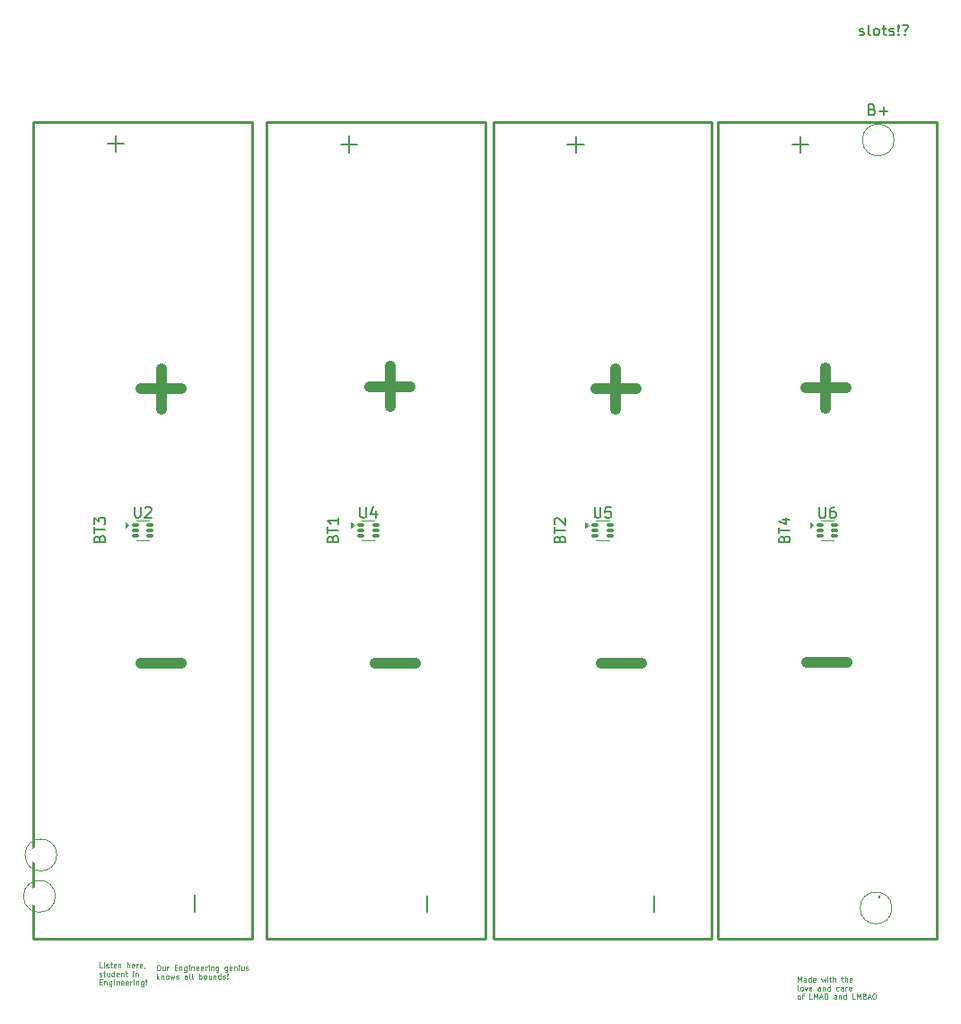
<source format=gbr>
%TF.GenerationSoftware,KiCad,Pcbnew,9.0.3*%
%TF.CreationDate,2025-09-24T18:51:33-07:00*%
%TF.ProjectId,battery_pack_v2,62617474-6572-4795-9f70-61636b5f7632,rev?*%
%TF.SameCoordinates,Original*%
%TF.FileFunction,Legend,Top*%
%TF.FilePolarity,Positive*%
%FSLAX46Y46*%
G04 Gerber Fmt 4.6, Leading zero omitted, Abs format (unit mm)*
G04 Created by KiCad (PCBNEW 9.0.3) date 2025-09-24 18:51:33*
%MOMM*%
%LPD*%
G01*
G04 APERTURE LIST*
G04 Aperture macros list*
%AMRoundRect*
0 Rectangle with rounded corners*
0 $1 Rounding radius*
0 $2 $3 $4 $5 $6 $7 $8 $9 X,Y pos of 4 corners*
0 Add a 4 corners polygon primitive as box body*
4,1,4,$2,$3,$4,$5,$6,$7,$8,$9,$2,$3,0*
0 Add four circle primitives for the rounded corners*
1,1,$1+$1,$2,$3*
1,1,$1+$1,$4,$5*
1,1,$1+$1,$6,$7*
1,1,$1+$1,$8,$9*
0 Add four rect primitives between the rounded corners*
20,1,$1+$1,$2,$3,$4,$5,0*
20,1,$1+$1,$4,$5,$6,$7,0*
20,1,$1+$1,$6,$7,$8,$9,0*
20,1,$1+$1,$8,$9,$2,$3,0*%
G04 Aperture macros list end*
%ADD10C,1.000000*%
%ADD11C,0.150000*%
%ADD12C,0.125000*%
%ADD13C,0.200000*%
%ADD14C,0.250000*%
%ADD15C,0.120000*%
%ADD16C,5.000000*%
%ADD17C,3.300000*%
%ADD18C,2.400000*%
%ADD19O,3.500000X2.500000*%
%ADD20C,2.000000*%
%ADD21RoundRect,0.087500X-0.250000X-0.087500X0.250000X-0.087500X0.250000X0.087500X-0.250000X0.087500X0*%
G04 APERTURE END LIST*
D10*
X122448370Y-76031333D02*
X126257894Y-76031333D01*
X124353132Y-77936095D02*
X124353132Y-74126571D01*
X165848370Y-101931333D02*
X169657894Y-101931333D01*
X165348370Y-76031333D02*
X169157894Y-76031333D01*
X167253132Y-77936095D02*
X167253132Y-74126571D01*
X122448370Y-101931333D02*
X126257894Y-101931333D01*
D11*
X190249160Y-42632200D02*
X190344398Y-42679819D01*
X190344398Y-42679819D02*
X190534874Y-42679819D01*
X190534874Y-42679819D02*
X190630112Y-42632200D01*
X190630112Y-42632200D02*
X190677731Y-42536961D01*
X190677731Y-42536961D02*
X190677731Y-42489342D01*
X190677731Y-42489342D02*
X190630112Y-42394104D01*
X190630112Y-42394104D02*
X190534874Y-42346485D01*
X190534874Y-42346485D02*
X190392017Y-42346485D01*
X190392017Y-42346485D02*
X190296779Y-42298866D01*
X190296779Y-42298866D02*
X190249160Y-42203628D01*
X190249160Y-42203628D02*
X190249160Y-42156009D01*
X190249160Y-42156009D02*
X190296779Y-42060771D01*
X190296779Y-42060771D02*
X190392017Y-42013152D01*
X190392017Y-42013152D02*
X190534874Y-42013152D01*
X190534874Y-42013152D02*
X190630112Y-42060771D01*
X191249160Y-42679819D02*
X191153922Y-42632200D01*
X191153922Y-42632200D02*
X191106303Y-42536961D01*
X191106303Y-42536961D02*
X191106303Y-41679819D01*
X191772970Y-42679819D02*
X191677732Y-42632200D01*
X191677732Y-42632200D02*
X191630113Y-42584580D01*
X191630113Y-42584580D02*
X191582494Y-42489342D01*
X191582494Y-42489342D02*
X191582494Y-42203628D01*
X191582494Y-42203628D02*
X191630113Y-42108390D01*
X191630113Y-42108390D02*
X191677732Y-42060771D01*
X191677732Y-42060771D02*
X191772970Y-42013152D01*
X191772970Y-42013152D02*
X191915827Y-42013152D01*
X191915827Y-42013152D02*
X192011065Y-42060771D01*
X192011065Y-42060771D02*
X192058684Y-42108390D01*
X192058684Y-42108390D02*
X192106303Y-42203628D01*
X192106303Y-42203628D02*
X192106303Y-42489342D01*
X192106303Y-42489342D02*
X192058684Y-42584580D01*
X192058684Y-42584580D02*
X192011065Y-42632200D01*
X192011065Y-42632200D02*
X191915827Y-42679819D01*
X191915827Y-42679819D02*
X191772970Y-42679819D01*
X192392018Y-42013152D02*
X192772970Y-42013152D01*
X192534875Y-41679819D02*
X192534875Y-42536961D01*
X192534875Y-42536961D02*
X192582494Y-42632200D01*
X192582494Y-42632200D02*
X192677732Y-42679819D01*
X192677732Y-42679819D02*
X192772970Y-42679819D01*
X193058685Y-42632200D02*
X193153923Y-42679819D01*
X193153923Y-42679819D02*
X193344399Y-42679819D01*
X193344399Y-42679819D02*
X193439637Y-42632200D01*
X193439637Y-42632200D02*
X193487256Y-42536961D01*
X193487256Y-42536961D02*
X193487256Y-42489342D01*
X193487256Y-42489342D02*
X193439637Y-42394104D01*
X193439637Y-42394104D02*
X193344399Y-42346485D01*
X193344399Y-42346485D02*
X193201542Y-42346485D01*
X193201542Y-42346485D02*
X193106304Y-42298866D01*
X193106304Y-42298866D02*
X193058685Y-42203628D01*
X193058685Y-42203628D02*
X193058685Y-42156009D01*
X193058685Y-42156009D02*
X193106304Y-42060771D01*
X193106304Y-42060771D02*
X193201542Y-42013152D01*
X193201542Y-42013152D02*
X193344399Y-42013152D01*
X193344399Y-42013152D02*
X193439637Y-42060771D01*
X193915828Y-42584580D02*
X193963447Y-42632200D01*
X193963447Y-42632200D02*
X193915828Y-42679819D01*
X193915828Y-42679819D02*
X193868209Y-42632200D01*
X193868209Y-42632200D02*
X193915828Y-42584580D01*
X193915828Y-42584580D02*
X193915828Y-42679819D01*
X193915828Y-42298866D02*
X193868209Y-41727438D01*
X193868209Y-41727438D02*
X193915828Y-41679819D01*
X193915828Y-41679819D02*
X193963447Y-41727438D01*
X193963447Y-41727438D02*
X193915828Y-42298866D01*
X193915828Y-42298866D02*
X193915828Y-41679819D01*
X194534875Y-42584580D02*
X194582494Y-42632200D01*
X194582494Y-42632200D02*
X194534875Y-42679819D01*
X194534875Y-42679819D02*
X194487256Y-42632200D01*
X194487256Y-42632200D02*
X194534875Y-42584580D01*
X194534875Y-42584580D02*
X194534875Y-42679819D01*
X194344399Y-41727438D02*
X194439637Y-41679819D01*
X194439637Y-41679819D02*
X194677732Y-41679819D01*
X194677732Y-41679819D02*
X194772970Y-41727438D01*
X194772970Y-41727438D02*
X194820589Y-41822676D01*
X194820589Y-41822676D02*
X194820589Y-41917914D01*
X194820589Y-41917914D02*
X194772970Y-42013152D01*
X194772970Y-42013152D02*
X194725351Y-42060771D01*
X194725351Y-42060771D02*
X194630113Y-42108390D01*
X194630113Y-42108390D02*
X194582494Y-42156009D01*
X194582494Y-42156009D02*
X194534875Y-42251247D01*
X194534875Y-42251247D02*
X194534875Y-42298866D01*
D12*
X118789378Y-130642365D02*
X118551283Y-130642365D01*
X118551283Y-130642365D02*
X118551283Y-130142365D01*
X118956045Y-130642365D02*
X118956045Y-130309032D01*
X118956045Y-130142365D02*
X118932236Y-130166175D01*
X118932236Y-130166175D02*
X118956045Y-130189984D01*
X118956045Y-130189984D02*
X118979855Y-130166175D01*
X118979855Y-130166175D02*
X118956045Y-130142365D01*
X118956045Y-130142365D02*
X118956045Y-130189984D01*
X119170331Y-130618556D02*
X119217950Y-130642365D01*
X119217950Y-130642365D02*
X119313188Y-130642365D01*
X119313188Y-130642365D02*
X119360807Y-130618556D01*
X119360807Y-130618556D02*
X119384616Y-130570936D01*
X119384616Y-130570936D02*
X119384616Y-130547127D01*
X119384616Y-130547127D02*
X119360807Y-130499508D01*
X119360807Y-130499508D02*
X119313188Y-130475698D01*
X119313188Y-130475698D02*
X119241759Y-130475698D01*
X119241759Y-130475698D02*
X119194140Y-130451889D01*
X119194140Y-130451889D02*
X119170331Y-130404270D01*
X119170331Y-130404270D02*
X119170331Y-130380460D01*
X119170331Y-130380460D02*
X119194140Y-130332841D01*
X119194140Y-130332841D02*
X119241759Y-130309032D01*
X119241759Y-130309032D02*
X119313188Y-130309032D01*
X119313188Y-130309032D02*
X119360807Y-130332841D01*
X119527474Y-130309032D02*
X119717950Y-130309032D01*
X119598902Y-130142365D02*
X119598902Y-130570936D01*
X119598902Y-130570936D02*
X119622712Y-130618556D01*
X119622712Y-130618556D02*
X119670331Y-130642365D01*
X119670331Y-130642365D02*
X119717950Y-130642365D01*
X120075092Y-130618556D02*
X120027473Y-130642365D01*
X120027473Y-130642365D02*
X119932235Y-130642365D01*
X119932235Y-130642365D02*
X119884616Y-130618556D01*
X119884616Y-130618556D02*
X119860807Y-130570936D01*
X119860807Y-130570936D02*
X119860807Y-130380460D01*
X119860807Y-130380460D02*
X119884616Y-130332841D01*
X119884616Y-130332841D02*
X119932235Y-130309032D01*
X119932235Y-130309032D02*
X120027473Y-130309032D01*
X120027473Y-130309032D02*
X120075092Y-130332841D01*
X120075092Y-130332841D02*
X120098902Y-130380460D01*
X120098902Y-130380460D02*
X120098902Y-130428079D01*
X120098902Y-130428079D02*
X119860807Y-130475698D01*
X120313187Y-130309032D02*
X120313187Y-130642365D01*
X120313187Y-130356651D02*
X120336997Y-130332841D01*
X120336997Y-130332841D02*
X120384616Y-130309032D01*
X120384616Y-130309032D02*
X120456044Y-130309032D01*
X120456044Y-130309032D02*
X120503663Y-130332841D01*
X120503663Y-130332841D02*
X120527473Y-130380460D01*
X120527473Y-130380460D02*
X120527473Y-130642365D01*
X121146520Y-130642365D02*
X121146520Y-130142365D01*
X121360806Y-130642365D02*
X121360806Y-130380460D01*
X121360806Y-130380460D02*
X121336996Y-130332841D01*
X121336996Y-130332841D02*
X121289377Y-130309032D01*
X121289377Y-130309032D02*
X121217949Y-130309032D01*
X121217949Y-130309032D02*
X121170330Y-130332841D01*
X121170330Y-130332841D02*
X121146520Y-130356651D01*
X121789377Y-130618556D02*
X121741758Y-130642365D01*
X121741758Y-130642365D02*
X121646520Y-130642365D01*
X121646520Y-130642365D02*
X121598901Y-130618556D01*
X121598901Y-130618556D02*
X121575092Y-130570936D01*
X121575092Y-130570936D02*
X121575092Y-130380460D01*
X121575092Y-130380460D02*
X121598901Y-130332841D01*
X121598901Y-130332841D02*
X121646520Y-130309032D01*
X121646520Y-130309032D02*
X121741758Y-130309032D01*
X121741758Y-130309032D02*
X121789377Y-130332841D01*
X121789377Y-130332841D02*
X121813187Y-130380460D01*
X121813187Y-130380460D02*
X121813187Y-130428079D01*
X121813187Y-130428079D02*
X121575092Y-130475698D01*
X122027472Y-130642365D02*
X122027472Y-130309032D01*
X122027472Y-130404270D02*
X122051282Y-130356651D01*
X122051282Y-130356651D02*
X122075091Y-130332841D01*
X122075091Y-130332841D02*
X122122710Y-130309032D01*
X122122710Y-130309032D02*
X122170329Y-130309032D01*
X122527472Y-130618556D02*
X122479853Y-130642365D01*
X122479853Y-130642365D02*
X122384615Y-130642365D01*
X122384615Y-130642365D02*
X122336996Y-130618556D01*
X122336996Y-130618556D02*
X122313187Y-130570936D01*
X122313187Y-130570936D02*
X122313187Y-130380460D01*
X122313187Y-130380460D02*
X122336996Y-130332841D01*
X122336996Y-130332841D02*
X122384615Y-130309032D01*
X122384615Y-130309032D02*
X122479853Y-130309032D01*
X122479853Y-130309032D02*
X122527472Y-130332841D01*
X122527472Y-130332841D02*
X122551282Y-130380460D01*
X122551282Y-130380460D02*
X122551282Y-130428079D01*
X122551282Y-130428079D02*
X122313187Y-130475698D01*
X122789377Y-130618556D02*
X122789377Y-130642365D01*
X122789377Y-130642365D02*
X122765567Y-130689984D01*
X122765567Y-130689984D02*
X122741758Y-130713794D01*
X118527474Y-131423528D02*
X118575093Y-131447337D01*
X118575093Y-131447337D02*
X118670331Y-131447337D01*
X118670331Y-131447337D02*
X118717950Y-131423528D01*
X118717950Y-131423528D02*
X118741759Y-131375908D01*
X118741759Y-131375908D02*
X118741759Y-131352099D01*
X118741759Y-131352099D02*
X118717950Y-131304480D01*
X118717950Y-131304480D02*
X118670331Y-131280670D01*
X118670331Y-131280670D02*
X118598902Y-131280670D01*
X118598902Y-131280670D02*
X118551283Y-131256861D01*
X118551283Y-131256861D02*
X118527474Y-131209242D01*
X118527474Y-131209242D02*
X118527474Y-131185432D01*
X118527474Y-131185432D02*
X118551283Y-131137813D01*
X118551283Y-131137813D02*
X118598902Y-131114004D01*
X118598902Y-131114004D02*
X118670331Y-131114004D01*
X118670331Y-131114004D02*
X118717950Y-131137813D01*
X118884617Y-131114004D02*
X119075093Y-131114004D01*
X118956045Y-130947337D02*
X118956045Y-131375908D01*
X118956045Y-131375908D02*
X118979855Y-131423528D01*
X118979855Y-131423528D02*
X119027474Y-131447337D01*
X119027474Y-131447337D02*
X119075093Y-131447337D01*
X119456045Y-131114004D02*
X119456045Y-131447337D01*
X119241759Y-131114004D02*
X119241759Y-131375908D01*
X119241759Y-131375908D02*
X119265569Y-131423528D01*
X119265569Y-131423528D02*
X119313188Y-131447337D01*
X119313188Y-131447337D02*
X119384616Y-131447337D01*
X119384616Y-131447337D02*
X119432235Y-131423528D01*
X119432235Y-131423528D02*
X119456045Y-131399718D01*
X119908426Y-131447337D02*
X119908426Y-130947337D01*
X119908426Y-131423528D02*
X119860807Y-131447337D01*
X119860807Y-131447337D02*
X119765569Y-131447337D01*
X119765569Y-131447337D02*
X119717950Y-131423528D01*
X119717950Y-131423528D02*
X119694140Y-131399718D01*
X119694140Y-131399718D02*
X119670331Y-131352099D01*
X119670331Y-131352099D02*
X119670331Y-131209242D01*
X119670331Y-131209242D02*
X119694140Y-131161623D01*
X119694140Y-131161623D02*
X119717950Y-131137813D01*
X119717950Y-131137813D02*
X119765569Y-131114004D01*
X119765569Y-131114004D02*
X119860807Y-131114004D01*
X119860807Y-131114004D02*
X119908426Y-131137813D01*
X120336997Y-131423528D02*
X120289378Y-131447337D01*
X120289378Y-131447337D02*
X120194140Y-131447337D01*
X120194140Y-131447337D02*
X120146521Y-131423528D01*
X120146521Y-131423528D02*
X120122712Y-131375908D01*
X120122712Y-131375908D02*
X120122712Y-131185432D01*
X120122712Y-131185432D02*
X120146521Y-131137813D01*
X120146521Y-131137813D02*
X120194140Y-131114004D01*
X120194140Y-131114004D02*
X120289378Y-131114004D01*
X120289378Y-131114004D02*
X120336997Y-131137813D01*
X120336997Y-131137813D02*
X120360807Y-131185432D01*
X120360807Y-131185432D02*
X120360807Y-131233051D01*
X120360807Y-131233051D02*
X120122712Y-131280670D01*
X120575092Y-131114004D02*
X120575092Y-131447337D01*
X120575092Y-131161623D02*
X120598902Y-131137813D01*
X120598902Y-131137813D02*
X120646521Y-131114004D01*
X120646521Y-131114004D02*
X120717949Y-131114004D01*
X120717949Y-131114004D02*
X120765568Y-131137813D01*
X120765568Y-131137813D02*
X120789378Y-131185432D01*
X120789378Y-131185432D02*
X120789378Y-131447337D01*
X120956045Y-131114004D02*
X121146521Y-131114004D01*
X121027473Y-130947337D02*
X121027473Y-131375908D01*
X121027473Y-131375908D02*
X121051283Y-131423528D01*
X121051283Y-131423528D02*
X121098902Y-131447337D01*
X121098902Y-131447337D02*
X121146521Y-131447337D01*
X121694139Y-131447337D02*
X121694139Y-131114004D01*
X121694139Y-130947337D02*
X121670330Y-130971147D01*
X121670330Y-130971147D02*
X121694139Y-130994956D01*
X121694139Y-130994956D02*
X121717949Y-130971147D01*
X121717949Y-130971147D02*
X121694139Y-130947337D01*
X121694139Y-130947337D02*
X121694139Y-130994956D01*
X121932234Y-131114004D02*
X121932234Y-131447337D01*
X121932234Y-131161623D02*
X121956044Y-131137813D01*
X121956044Y-131137813D02*
X122003663Y-131114004D01*
X122003663Y-131114004D02*
X122075091Y-131114004D01*
X122075091Y-131114004D02*
X122122710Y-131137813D01*
X122122710Y-131137813D02*
X122146520Y-131185432D01*
X122146520Y-131185432D02*
X122146520Y-131447337D01*
X118551283Y-131990404D02*
X118717950Y-131990404D01*
X118789378Y-132252309D02*
X118551283Y-132252309D01*
X118551283Y-132252309D02*
X118551283Y-131752309D01*
X118551283Y-131752309D02*
X118789378Y-131752309D01*
X119003664Y-131918976D02*
X119003664Y-132252309D01*
X119003664Y-131966595D02*
X119027474Y-131942785D01*
X119027474Y-131942785D02*
X119075093Y-131918976D01*
X119075093Y-131918976D02*
X119146521Y-131918976D01*
X119146521Y-131918976D02*
X119194140Y-131942785D01*
X119194140Y-131942785D02*
X119217950Y-131990404D01*
X119217950Y-131990404D02*
X119217950Y-132252309D01*
X119670331Y-131918976D02*
X119670331Y-132323738D01*
X119670331Y-132323738D02*
X119646521Y-132371357D01*
X119646521Y-132371357D02*
X119622712Y-132395166D01*
X119622712Y-132395166D02*
X119575093Y-132418976D01*
X119575093Y-132418976D02*
X119503664Y-132418976D01*
X119503664Y-132418976D02*
X119456045Y-132395166D01*
X119670331Y-132228500D02*
X119622712Y-132252309D01*
X119622712Y-132252309D02*
X119527474Y-132252309D01*
X119527474Y-132252309D02*
X119479855Y-132228500D01*
X119479855Y-132228500D02*
X119456045Y-132204690D01*
X119456045Y-132204690D02*
X119432236Y-132157071D01*
X119432236Y-132157071D02*
X119432236Y-132014214D01*
X119432236Y-132014214D02*
X119456045Y-131966595D01*
X119456045Y-131966595D02*
X119479855Y-131942785D01*
X119479855Y-131942785D02*
X119527474Y-131918976D01*
X119527474Y-131918976D02*
X119622712Y-131918976D01*
X119622712Y-131918976D02*
X119670331Y-131942785D01*
X119908426Y-132252309D02*
X119908426Y-131918976D01*
X119908426Y-131752309D02*
X119884617Y-131776119D01*
X119884617Y-131776119D02*
X119908426Y-131799928D01*
X119908426Y-131799928D02*
X119932236Y-131776119D01*
X119932236Y-131776119D02*
X119908426Y-131752309D01*
X119908426Y-131752309D02*
X119908426Y-131799928D01*
X120146521Y-131918976D02*
X120146521Y-132252309D01*
X120146521Y-131966595D02*
X120170331Y-131942785D01*
X120170331Y-131942785D02*
X120217950Y-131918976D01*
X120217950Y-131918976D02*
X120289378Y-131918976D01*
X120289378Y-131918976D02*
X120336997Y-131942785D01*
X120336997Y-131942785D02*
X120360807Y-131990404D01*
X120360807Y-131990404D02*
X120360807Y-132252309D01*
X120789378Y-132228500D02*
X120741759Y-132252309D01*
X120741759Y-132252309D02*
X120646521Y-132252309D01*
X120646521Y-132252309D02*
X120598902Y-132228500D01*
X120598902Y-132228500D02*
X120575093Y-132180880D01*
X120575093Y-132180880D02*
X120575093Y-131990404D01*
X120575093Y-131990404D02*
X120598902Y-131942785D01*
X120598902Y-131942785D02*
X120646521Y-131918976D01*
X120646521Y-131918976D02*
X120741759Y-131918976D01*
X120741759Y-131918976D02*
X120789378Y-131942785D01*
X120789378Y-131942785D02*
X120813188Y-131990404D01*
X120813188Y-131990404D02*
X120813188Y-132038023D01*
X120813188Y-132038023D02*
X120575093Y-132085642D01*
X121217949Y-132228500D02*
X121170330Y-132252309D01*
X121170330Y-132252309D02*
X121075092Y-132252309D01*
X121075092Y-132252309D02*
X121027473Y-132228500D01*
X121027473Y-132228500D02*
X121003664Y-132180880D01*
X121003664Y-132180880D02*
X121003664Y-131990404D01*
X121003664Y-131990404D02*
X121027473Y-131942785D01*
X121027473Y-131942785D02*
X121075092Y-131918976D01*
X121075092Y-131918976D02*
X121170330Y-131918976D01*
X121170330Y-131918976D02*
X121217949Y-131942785D01*
X121217949Y-131942785D02*
X121241759Y-131990404D01*
X121241759Y-131990404D02*
X121241759Y-132038023D01*
X121241759Y-132038023D02*
X121003664Y-132085642D01*
X121456044Y-132252309D02*
X121456044Y-131918976D01*
X121456044Y-132014214D02*
X121479854Y-131966595D01*
X121479854Y-131966595D02*
X121503663Y-131942785D01*
X121503663Y-131942785D02*
X121551282Y-131918976D01*
X121551282Y-131918976D02*
X121598901Y-131918976D01*
X121765568Y-132252309D02*
X121765568Y-131918976D01*
X121765568Y-131752309D02*
X121741759Y-131776119D01*
X121741759Y-131776119D02*
X121765568Y-131799928D01*
X121765568Y-131799928D02*
X121789378Y-131776119D01*
X121789378Y-131776119D02*
X121765568Y-131752309D01*
X121765568Y-131752309D02*
X121765568Y-131799928D01*
X122003663Y-131918976D02*
X122003663Y-132252309D01*
X122003663Y-131966595D02*
X122027473Y-131942785D01*
X122027473Y-131942785D02*
X122075092Y-131918976D01*
X122075092Y-131918976D02*
X122146520Y-131918976D01*
X122146520Y-131918976D02*
X122194139Y-131942785D01*
X122194139Y-131942785D02*
X122217949Y-131990404D01*
X122217949Y-131990404D02*
X122217949Y-132252309D01*
X122670330Y-131918976D02*
X122670330Y-132323738D01*
X122670330Y-132323738D02*
X122646520Y-132371357D01*
X122646520Y-132371357D02*
X122622711Y-132395166D01*
X122622711Y-132395166D02*
X122575092Y-132418976D01*
X122575092Y-132418976D02*
X122503663Y-132418976D01*
X122503663Y-132418976D02*
X122456044Y-132395166D01*
X122670330Y-132228500D02*
X122622711Y-132252309D01*
X122622711Y-132252309D02*
X122527473Y-132252309D01*
X122527473Y-132252309D02*
X122479854Y-132228500D01*
X122479854Y-132228500D02*
X122456044Y-132204690D01*
X122456044Y-132204690D02*
X122432235Y-132157071D01*
X122432235Y-132157071D02*
X122432235Y-132014214D01*
X122432235Y-132014214D02*
X122456044Y-131966595D01*
X122456044Y-131966595D02*
X122479854Y-131942785D01*
X122479854Y-131942785D02*
X122527473Y-131918976D01*
X122527473Y-131918976D02*
X122622711Y-131918976D01*
X122622711Y-131918976D02*
X122670330Y-131942785D01*
X122908425Y-132204690D02*
X122932235Y-132228500D01*
X122932235Y-132228500D02*
X122908425Y-132252309D01*
X122908425Y-132252309D02*
X122884616Y-132228500D01*
X122884616Y-132228500D02*
X122908425Y-132204690D01*
X122908425Y-132204690D02*
X122908425Y-132252309D01*
X122908425Y-132061833D02*
X122884616Y-131776119D01*
X122884616Y-131776119D02*
X122908425Y-131752309D01*
X122908425Y-131752309D02*
X122932235Y-131776119D01*
X122932235Y-131776119D02*
X122908425Y-132061833D01*
X122908425Y-132061833D02*
X122908425Y-131752309D01*
X124046521Y-130377337D02*
X124141759Y-130377337D01*
X124141759Y-130377337D02*
X124189378Y-130401147D01*
X124189378Y-130401147D02*
X124236997Y-130448766D01*
X124236997Y-130448766D02*
X124260807Y-130544004D01*
X124260807Y-130544004D02*
X124260807Y-130710670D01*
X124260807Y-130710670D02*
X124236997Y-130805908D01*
X124236997Y-130805908D02*
X124189378Y-130853528D01*
X124189378Y-130853528D02*
X124141759Y-130877337D01*
X124141759Y-130877337D02*
X124046521Y-130877337D01*
X124046521Y-130877337D02*
X123998902Y-130853528D01*
X123998902Y-130853528D02*
X123951283Y-130805908D01*
X123951283Y-130805908D02*
X123927474Y-130710670D01*
X123927474Y-130710670D02*
X123927474Y-130544004D01*
X123927474Y-130544004D02*
X123951283Y-130448766D01*
X123951283Y-130448766D02*
X123998902Y-130401147D01*
X123998902Y-130401147D02*
X124046521Y-130377337D01*
X124689379Y-130544004D02*
X124689379Y-130877337D01*
X124475093Y-130544004D02*
X124475093Y-130805908D01*
X124475093Y-130805908D02*
X124498903Y-130853528D01*
X124498903Y-130853528D02*
X124546522Y-130877337D01*
X124546522Y-130877337D02*
X124617950Y-130877337D01*
X124617950Y-130877337D02*
X124665569Y-130853528D01*
X124665569Y-130853528D02*
X124689379Y-130829718D01*
X124927474Y-130877337D02*
X124927474Y-130544004D01*
X124927474Y-130639242D02*
X124951284Y-130591623D01*
X124951284Y-130591623D02*
X124975093Y-130567813D01*
X124975093Y-130567813D02*
X125022712Y-130544004D01*
X125022712Y-130544004D02*
X125070331Y-130544004D01*
X125617950Y-130615432D02*
X125784617Y-130615432D01*
X125856045Y-130877337D02*
X125617950Y-130877337D01*
X125617950Y-130877337D02*
X125617950Y-130377337D01*
X125617950Y-130377337D02*
X125856045Y-130377337D01*
X126070331Y-130544004D02*
X126070331Y-130877337D01*
X126070331Y-130591623D02*
X126094141Y-130567813D01*
X126094141Y-130567813D02*
X126141760Y-130544004D01*
X126141760Y-130544004D02*
X126213188Y-130544004D01*
X126213188Y-130544004D02*
X126260807Y-130567813D01*
X126260807Y-130567813D02*
X126284617Y-130615432D01*
X126284617Y-130615432D02*
X126284617Y-130877337D01*
X126736998Y-130544004D02*
X126736998Y-130948766D01*
X126736998Y-130948766D02*
X126713188Y-130996385D01*
X126713188Y-130996385D02*
X126689379Y-131020194D01*
X126689379Y-131020194D02*
X126641760Y-131044004D01*
X126641760Y-131044004D02*
X126570331Y-131044004D01*
X126570331Y-131044004D02*
X126522712Y-131020194D01*
X126736998Y-130853528D02*
X126689379Y-130877337D01*
X126689379Y-130877337D02*
X126594141Y-130877337D01*
X126594141Y-130877337D02*
X126546522Y-130853528D01*
X126546522Y-130853528D02*
X126522712Y-130829718D01*
X126522712Y-130829718D02*
X126498903Y-130782099D01*
X126498903Y-130782099D02*
X126498903Y-130639242D01*
X126498903Y-130639242D02*
X126522712Y-130591623D01*
X126522712Y-130591623D02*
X126546522Y-130567813D01*
X126546522Y-130567813D02*
X126594141Y-130544004D01*
X126594141Y-130544004D02*
X126689379Y-130544004D01*
X126689379Y-130544004D02*
X126736998Y-130567813D01*
X126975093Y-130877337D02*
X126975093Y-130544004D01*
X126975093Y-130377337D02*
X126951284Y-130401147D01*
X126951284Y-130401147D02*
X126975093Y-130424956D01*
X126975093Y-130424956D02*
X126998903Y-130401147D01*
X126998903Y-130401147D02*
X126975093Y-130377337D01*
X126975093Y-130377337D02*
X126975093Y-130424956D01*
X127213188Y-130544004D02*
X127213188Y-130877337D01*
X127213188Y-130591623D02*
X127236998Y-130567813D01*
X127236998Y-130567813D02*
X127284617Y-130544004D01*
X127284617Y-130544004D02*
X127356045Y-130544004D01*
X127356045Y-130544004D02*
X127403664Y-130567813D01*
X127403664Y-130567813D02*
X127427474Y-130615432D01*
X127427474Y-130615432D02*
X127427474Y-130877337D01*
X127856045Y-130853528D02*
X127808426Y-130877337D01*
X127808426Y-130877337D02*
X127713188Y-130877337D01*
X127713188Y-130877337D02*
X127665569Y-130853528D01*
X127665569Y-130853528D02*
X127641760Y-130805908D01*
X127641760Y-130805908D02*
X127641760Y-130615432D01*
X127641760Y-130615432D02*
X127665569Y-130567813D01*
X127665569Y-130567813D02*
X127713188Y-130544004D01*
X127713188Y-130544004D02*
X127808426Y-130544004D01*
X127808426Y-130544004D02*
X127856045Y-130567813D01*
X127856045Y-130567813D02*
X127879855Y-130615432D01*
X127879855Y-130615432D02*
X127879855Y-130663051D01*
X127879855Y-130663051D02*
X127641760Y-130710670D01*
X128284616Y-130853528D02*
X128236997Y-130877337D01*
X128236997Y-130877337D02*
X128141759Y-130877337D01*
X128141759Y-130877337D02*
X128094140Y-130853528D01*
X128094140Y-130853528D02*
X128070331Y-130805908D01*
X128070331Y-130805908D02*
X128070331Y-130615432D01*
X128070331Y-130615432D02*
X128094140Y-130567813D01*
X128094140Y-130567813D02*
X128141759Y-130544004D01*
X128141759Y-130544004D02*
X128236997Y-130544004D01*
X128236997Y-130544004D02*
X128284616Y-130567813D01*
X128284616Y-130567813D02*
X128308426Y-130615432D01*
X128308426Y-130615432D02*
X128308426Y-130663051D01*
X128308426Y-130663051D02*
X128070331Y-130710670D01*
X128522711Y-130877337D02*
X128522711Y-130544004D01*
X128522711Y-130639242D02*
X128546521Y-130591623D01*
X128546521Y-130591623D02*
X128570330Y-130567813D01*
X128570330Y-130567813D02*
X128617949Y-130544004D01*
X128617949Y-130544004D02*
X128665568Y-130544004D01*
X128832235Y-130877337D02*
X128832235Y-130544004D01*
X128832235Y-130377337D02*
X128808426Y-130401147D01*
X128808426Y-130401147D02*
X128832235Y-130424956D01*
X128832235Y-130424956D02*
X128856045Y-130401147D01*
X128856045Y-130401147D02*
X128832235Y-130377337D01*
X128832235Y-130377337D02*
X128832235Y-130424956D01*
X129070330Y-130544004D02*
X129070330Y-130877337D01*
X129070330Y-130591623D02*
X129094140Y-130567813D01*
X129094140Y-130567813D02*
X129141759Y-130544004D01*
X129141759Y-130544004D02*
X129213187Y-130544004D01*
X129213187Y-130544004D02*
X129260806Y-130567813D01*
X129260806Y-130567813D02*
X129284616Y-130615432D01*
X129284616Y-130615432D02*
X129284616Y-130877337D01*
X129736997Y-130544004D02*
X129736997Y-130948766D01*
X129736997Y-130948766D02*
X129713187Y-130996385D01*
X129713187Y-130996385D02*
X129689378Y-131020194D01*
X129689378Y-131020194D02*
X129641759Y-131044004D01*
X129641759Y-131044004D02*
X129570330Y-131044004D01*
X129570330Y-131044004D02*
X129522711Y-131020194D01*
X129736997Y-130853528D02*
X129689378Y-130877337D01*
X129689378Y-130877337D02*
X129594140Y-130877337D01*
X129594140Y-130877337D02*
X129546521Y-130853528D01*
X129546521Y-130853528D02*
X129522711Y-130829718D01*
X129522711Y-130829718D02*
X129498902Y-130782099D01*
X129498902Y-130782099D02*
X129498902Y-130639242D01*
X129498902Y-130639242D02*
X129522711Y-130591623D01*
X129522711Y-130591623D02*
X129546521Y-130567813D01*
X129546521Y-130567813D02*
X129594140Y-130544004D01*
X129594140Y-130544004D02*
X129689378Y-130544004D01*
X129689378Y-130544004D02*
X129736997Y-130567813D01*
X130570330Y-130544004D02*
X130570330Y-130948766D01*
X130570330Y-130948766D02*
X130546520Y-130996385D01*
X130546520Y-130996385D02*
X130522711Y-131020194D01*
X130522711Y-131020194D02*
X130475092Y-131044004D01*
X130475092Y-131044004D02*
X130403663Y-131044004D01*
X130403663Y-131044004D02*
X130356044Y-131020194D01*
X130570330Y-130853528D02*
X130522711Y-130877337D01*
X130522711Y-130877337D02*
X130427473Y-130877337D01*
X130427473Y-130877337D02*
X130379854Y-130853528D01*
X130379854Y-130853528D02*
X130356044Y-130829718D01*
X130356044Y-130829718D02*
X130332235Y-130782099D01*
X130332235Y-130782099D02*
X130332235Y-130639242D01*
X130332235Y-130639242D02*
X130356044Y-130591623D01*
X130356044Y-130591623D02*
X130379854Y-130567813D01*
X130379854Y-130567813D02*
X130427473Y-130544004D01*
X130427473Y-130544004D02*
X130522711Y-130544004D01*
X130522711Y-130544004D02*
X130570330Y-130567813D01*
X130998901Y-130853528D02*
X130951282Y-130877337D01*
X130951282Y-130877337D02*
X130856044Y-130877337D01*
X130856044Y-130877337D02*
X130808425Y-130853528D01*
X130808425Y-130853528D02*
X130784616Y-130805908D01*
X130784616Y-130805908D02*
X130784616Y-130615432D01*
X130784616Y-130615432D02*
X130808425Y-130567813D01*
X130808425Y-130567813D02*
X130856044Y-130544004D01*
X130856044Y-130544004D02*
X130951282Y-130544004D01*
X130951282Y-130544004D02*
X130998901Y-130567813D01*
X130998901Y-130567813D02*
X131022711Y-130615432D01*
X131022711Y-130615432D02*
X131022711Y-130663051D01*
X131022711Y-130663051D02*
X130784616Y-130710670D01*
X131236996Y-130544004D02*
X131236996Y-130877337D01*
X131236996Y-130591623D02*
X131260806Y-130567813D01*
X131260806Y-130567813D02*
X131308425Y-130544004D01*
X131308425Y-130544004D02*
X131379853Y-130544004D01*
X131379853Y-130544004D02*
X131427472Y-130567813D01*
X131427472Y-130567813D02*
X131451282Y-130615432D01*
X131451282Y-130615432D02*
X131451282Y-130877337D01*
X131689377Y-130877337D02*
X131689377Y-130544004D01*
X131689377Y-130377337D02*
X131665568Y-130401147D01*
X131665568Y-130401147D02*
X131689377Y-130424956D01*
X131689377Y-130424956D02*
X131713187Y-130401147D01*
X131713187Y-130401147D02*
X131689377Y-130377337D01*
X131689377Y-130377337D02*
X131689377Y-130424956D01*
X132141758Y-130544004D02*
X132141758Y-130877337D01*
X131927472Y-130544004D02*
X131927472Y-130805908D01*
X131927472Y-130805908D02*
X131951282Y-130853528D01*
X131951282Y-130853528D02*
X131998901Y-130877337D01*
X131998901Y-130877337D02*
X132070329Y-130877337D01*
X132070329Y-130877337D02*
X132117948Y-130853528D01*
X132117948Y-130853528D02*
X132141758Y-130829718D01*
X132356044Y-130853528D02*
X132403663Y-130877337D01*
X132403663Y-130877337D02*
X132498901Y-130877337D01*
X132498901Y-130877337D02*
X132546520Y-130853528D01*
X132546520Y-130853528D02*
X132570329Y-130805908D01*
X132570329Y-130805908D02*
X132570329Y-130782099D01*
X132570329Y-130782099D02*
X132546520Y-130734480D01*
X132546520Y-130734480D02*
X132498901Y-130710670D01*
X132498901Y-130710670D02*
X132427472Y-130710670D01*
X132427472Y-130710670D02*
X132379853Y-130686861D01*
X132379853Y-130686861D02*
X132356044Y-130639242D01*
X132356044Y-130639242D02*
X132356044Y-130615432D01*
X132356044Y-130615432D02*
X132379853Y-130567813D01*
X132379853Y-130567813D02*
X132427472Y-130544004D01*
X132427472Y-130544004D02*
X132498901Y-130544004D01*
X132498901Y-130544004D02*
X132546520Y-130567813D01*
X123951283Y-131682309D02*
X123951283Y-131182309D01*
X123998902Y-131491833D02*
X124141759Y-131682309D01*
X124141759Y-131348976D02*
X123951283Y-131539452D01*
X124356045Y-131348976D02*
X124356045Y-131682309D01*
X124356045Y-131396595D02*
X124379855Y-131372785D01*
X124379855Y-131372785D02*
X124427474Y-131348976D01*
X124427474Y-131348976D02*
X124498902Y-131348976D01*
X124498902Y-131348976D02*
X124546521Y-131372785D01*
X124546521Y-131372785D02*
X124570331Y-131420404D01*
X124570331Y-131420404D02*
X124570331Y-131682309D01*
X124879855Y-131682309D02*
X124832236Y-131658500D01*
X124832236Y-131658500D02*
X124808426Y-131634690D01*
X124808426Y-131634690D02*
X124784617Y-131587071D01*
X124784617Y-131587071D02*
X124784617Y-131444214D01*
X124784617Y-131444214D02*
X124808426Y-131396595D01*
X124808426Y-131396595D02*
X124832236Y-131372785D01*
X124832236Y-131372785D02*
X124879855Y-131348976D01*
X124879855Y-131348976D02*
X124951283Y-131348976D01*
X124951283Y-131348976D02*
X124998902Y-131372785D01*
X124998902Y-131372785D02*
X125022712Y-131396595D01*
X125022712Y-131396595D02*
X125046521Y-131444214D01*
X125046521Y-131444214D02*
X125046521Y-131587071D01*
X125046521Y-131587071D02*
X125022712Y-131634690D01*
X125022712Y-131634690D02*
X124998902Y-131658500D01*
X124998902Y-131658500D02*
X124951283Y-131682309D01*
X124951283Y-131682309D02*
X124879855Y-131682309D01*
X125213188Y-131348976D02*
X125308426Y-131682309D01*
X125308426Y-131682309D02*
X125403664Y-131444214D01*
X125403664Y-131444214D02*
X125498902Y-131682309D01*
X125498902Y-131682309D02*
X125594140Y-131348976D01*
X125760808Y-131658500D02*
X125808427Y-131682309D01*
X125808427Y-131682309D02*
X125903665Y-131682309D01*
X125903665Y-131682309D02*
X125951284Y-131658500D01*
X125951284Y-131658500D02*
X125975093Y-131610880D01*
X125975093Y-131610880D02*
X125975093Y-131587071D01*
X125975093Y-131587071D02*
X125951284Y-131539452D01*
X125951284Y-131539452D02*
X125903665Y-131515642D01*
X125903665Y-131515642D02*
X125832236Y-131515642D01*
X125832236Y-131515642D02*
X125784617Y-131491833D01*
X125784617Y-131491833D02*
X125760808Y-131444214D01*
X125760808Y-131444214D02*
X125760808Y-131420404D01*
X125760808Y-131420404D02*
X125784617Y-131372785D01*
X125784617Y-131372785D02*
X125832236Y-131348976D01*
X125832236Y-131348976D02*
X125903665Y-131348976D01*
X125903665Y-131348976D02*
X125951284Y-131372785D01*
X126784617Y-131682309D02*
X126784617Y-131420404D01*
X126784617Y-131420404D02*
X126760807Y-131372785D01*
X126760807Y-131372785D02*
X126713188Y-131348976D01*
X126713188Y-131348976D02*
X126617950Y-131348976D01*
X126617950Y-131348976D02*
X126570331Y-131372785D01*
X126784617Y-131658500D02*
X126736998Y-131682309D01*
X126736998Y-131682309D02*
X126617950Y-131682309D01*
X126617950Y-131682309D02*
X126570331Y-131658500D01*
X126570331Y-131658500D02*
X126546522Y-131610880D01*
X126546522Y-131610880D02*
X126546522Y-131563261D01*
X126546522Y-131563261D02*
X126570331Y-131515642D01*
X126570331Y-131515642D02*
X126617950Y-131491833D01*
X126617950Y-131491833D02*
X126736998Y-131491833D01*
X126736998Y-131491833D02*
X126784617Y-131468023D01*
X127094141Y-131682309D02*
X127046522Y-131658500D01*
X127046522Y-131658500D02*
X127022712Y-131610880D01*
X127022712Y-131610880D02*
X127022712Y-131182309D01*
X127356046Y-131682309D02*
X127308427Y-131658500D01*
X127308427Y-131658500D02*
X127284617Y-131610880D01*
X127284617Y-131610880D02*
X127284617Y-131182309D01*
X127927474Y-131682309D02*
X127927474Y-131182309D01*
X127927474Y-131372785D02*
X127975093Y-131348976D01*
X127975093Y-131348976D02*
X128070331Y-131348976D01*
X128070331Y-131348976D02*
X128117950Y-131372785D01*
X128117950Y-131372785D02*
X128141760Y-131396595D01*
X128141760Y-131396595D02*
X128165569Y-131444214D01*
X128165569Y-131444214D02*
X128165569Y-131587071D01*
X128165569Y-131587071D02*
X128141760Y-131634690D01*
X128141760Y-131634690D02*
X128117950Y-131658500D01*
X128117950Y-131658500D02*
X128070331Y-131682309D01*
X128070331Y-131682309D02*
X127975093Y-131682309D01*
X127975093Y-131682309D02*
X127927474Y-131658500D01*
X128451284Y-131682309D02*
X128403665Y-131658500D01*
X128403665Y-131658500D02*
X128379855Y-131634690D01*
X128379855Y-131634690D02*
X128356046Y-131587071D01*
X128356046Y-131587071D02*
X128356046Y-131444214D01*
X128356046Y-131444214D02*
X128379855Y-131396595D01*
X128379855Y-131396595D02*
X128403665Y-131372785D01*
X128403665Y-131372785D02*
X128451284Y-131348976D01*
X128451284Y-131348976D02*
X128522712Y-131348976D01*
X128522712Y-131348976D02*
X128570331Y-131372785D01*
X128570331Y-131372785D02*
X128594141Y-131396595D01*
X128594141Y-131396595D02*
X128617950Y-131444214D01*
X128617950Y-131444214D02*
X128617950Y-131587071D01*
X128617950Y-131587071D02*
X128594141Y-131634690D01*
X128594141Y-131634690D02*
X128570331Y-131658500D01*
X128570331Y-131658500D02*
X128522712Y-131682309D01*
X128522712Y-131682309D02*
X128451284Y-131682309D01*
X129046522Y-131348976D02*
X129046522Y-131682309D01*
X128832236Y-131348976D02*
X128832236Y-131610880D01*
X128832236Y-131610880D02*
X128856046Y-131658500D01*
X128856046Y-131658500D02*
X128903665Y-131682309D01*
X128903665Y-131682309D02*
X128975093Y-131682309D01*
X128975093Y-131682309D02*
X129022712Y-131658500D01*
X129022712Y-131658500D02*
X129046522Y-131634690D01*
X129284617Y-131348976D02*
X129284617Y-131682309D01*
X129284617Y-131396595D02*
X129308427Y-131372785D01*
X129308427Y-131372785D02*
X129356046Y-131348976D01*
X129356046Y-131348976D02*
X129427474Y-131348976D01*
X129427474Y-131348976D02*
X129475093Y-131372785D01*
X129475093Y-131372785D02*
X129498903Y-131420404D01*
X129498903Y-131420404D02*
X129498903Y-131682309D01*
X129951284Y-131682309D02*
X129951284Y-131182309D01*
X129951284Y-131658500D02*
X129903665Y-131682309D01*
X129903665Y-131682309D02*
X129808427Y-131682309D01*
X129808427Y-131682309D02*
X129760808Y-131658500D01*
X129760808Y-131658500D02*
X129736998Y-131634690D01*
X129736998Y-131634690D02*
X129713189Y-131587071D01*
X129713189Y-131587071D02*
X129713189Y-131444214D01*
X129713189Y-131444214D02*
X129736998Y-131396595D01*
X129736998Y-131396595D02*
X129760808Y-131372785D01*
X129760808Y-131372785D02*
X129808427Y-131348976D01*
X129808427Y-131348976D02*
X129903665Y-131348976D01*
X129903665Y-131348976D02*
X129951284Y-131372785D01*
X130165570Y-131658500D02*
X130213189Y-131682309D01*
X130213189Y-131682309D02*
X130308427Y-131682309D01*
X130308427Y-131682309D02*
X130356046Y-131658500D01*
X130356046Y-131658500D02*
X130379855Y-131610880D01*
X130379855Y-131610880D02*
X130379855Y-131587071D01*
X130379855Y-131587071D02*
X130356046Y-131539452D01*
X130356046Y-131539452D02*
X130308427Y-131515642D01*
X130308427Y-131515642D02*
X130236998Y-131515642D01*
X130236998Y-131515642D02*
X130189379Y-131491833D01*
X130189379Y-131491833D02*
X130165570Y-131444214D01*
X130165570Y-131444214D02*
X130165570Y-131420404D01*
X130165570Y-131420404D02*
X130189379Y-131372785D01*
X130189379Y-131372785D02*
X130236998Y-131348976D01*
X130236998Y-131348976D02*
X130308427Y-131348976D01*
X130308427Y-131348976D02*
X130356046Y-131372785D01*
X130594141Y-131634690D02*
X130617951Y-131658500D01*
X130617951Y-131658500D02*
X130594141Y-131682309D01*
X130594141Y-131682309D02*
X130570332Y-131658500D01*
X130570332Y-131658500D02*
X130594141Y-131634690D01*
X130594141Y-131634690D02*
X130594141Y-131682309D01*
X130594141Y-131491833D02*
X130570332Y-131206119D01*
X130570332Y-131206119D02*
X130594141Y-131182309D01*
X130594141Y-131182309D02*
X130617951Y-131206119D01*
X130617951Y-131206119D02*
X130594141Y-131491833D01*
X130594141Y-131491833D02*
X130594141Y-131182309D01*
D10*
X144548370Y-101931333D02*
X148357894Y-101931333D01*
X185148370Y-75931333D02*
X188957894Y-75931333D01*
X187053132Y-77836095D02*
X187053132Y-74026571D01*
X185248370Y-101831333D02*
X189057894Y-101831333D01*
X144048370Y-75831333D02*
X147857894Y-75831333D01*
X145953132Y-77736095D02*
X145953132Y-73926571D01*
D12*
X184411283Y-131972365D02*
X184411283Y-131472365D01*
X184411283Y-131472365D02*
X184577950Y-131829508D01*
X184577950Y-131829508D02*
X184744616Y-131472365D01*
X184744616Y-131472365D02*
X184744616Y-131972365D01*
X185196998Y-131972365D02*
X185196998Y-131710460D01*
X185196998Y-131710460D02*
X185173188Y-131662841D01*
X185173188Y-131662841D02*
X185125569Y-131639032D01*
X185125569Y-131639032D02*
X185030331Y-131639032D01*
X185030331Y-131639032D02*
X184982712Y-131662841D01*
X185196998Y-131948556D02*
X185149379Y-131972365D01*
X185149379Y-131972365D02*
X185030331Y-131972365D01*
X185030331Y-131972365D02*
X184982712Y-131948556D01*
X184982712Y-131948556D02*
X184958903Y-131900936D01*
X184958903Y-131900936D02*
X184958903Y-131853317D01*
X184958903Y-131853317D02*
X184982712Y-131805698D01*
X184982712Y-131805698D02*
X185030331Y-131781889D01*
X185030331Y-131781889D02*
X185149379Y-131781889D01*
X185149379Y-131781889D02*
X185196998Y-131758079D01*
X185649379Y-131972365D02*
X185649379Y-131472365D01*
X185649379Y-131948556D02*
X185601760Y-131972365D01*
X185601760Y-131972365D02*
X185506522Y-131972365D01*
X185506522Y-131972365D02*
X185458903Y-131948556D01*
X185458903Y-131948556D02*
X185435093Y-131924746D01*
X185435093Y-131924746D02*
X185411284Y-131877127D01*
X185411284Y-131877127D02*
X185411284Y-131734270D01*
X185411284Y-131734270D02*
X185435093Y-131686651D01*
X185435093Y-131686651D02*
X185458903Y-131662841D01*
X185458903Y-131662841D02*
X185506522Y-131639032D01*
X185506522Y-131639032D02*
X185601760Y-131639032D01*
X185601760Y-131639032D02*
X185649379Y-131662841D01*
X186077950Y-131948556D02*
X186030331Y-131972365D01*
X186030331Y-131972365D02*
X185935093Y-131972365D01*
X185935093Y-131972365D02*
X185887474Y-131948556D01*
X185887474Y-131948556D02*
X185863665Y-131900936D01*
X185863665Y-131900936D02*
X185863665Y-131710460D01*
X185863665Y-131710460D02*
X185887474Y-131662841D01*
X185887474Y-131662841D02*
X185935093Y-131639032D01*
X185935093Y-131639032D02*
X186030331Y-131639032D01*
X186030331Y-131639032D02*
X186077950Y-131662841D01*
X186077950Y-131662841D02*
X186101760Y-131710460D01*
X186101760Y-131710460D02*
X186101760Y-131758079D01*
X186101760Y-131758079D02*
X185863665Y-131805698D01*
X186649378Y-131639032D02*
X186744616Y-131972365D01*
X186744616Y-131972365D02*
X186839854Y-131734270D01*
X186839854Y-131734270D02*
X186935092Y-131972365D01*
X186935092Y-131972365D02*
X187030330Y-131639032D01*
X187220807Y-131972365D02*
X187220807Y-131639032D01*
X187220807Y-131472365D02*
X187196998Y-131496175D01*
X187196998Y-131496175D02*
X187220807Y-131519984D01*
X187220807Y-131519984D02*
X187244617Y-131496175D01*
X187244617Y-131496175D02*
X187220807Y-131472365D01*
X187220807Y-131472365D02*
X187220807Y-131519984D01*
X187387474Y-131639032D02*
X187577950Y-131639032D01*
X187458902Y-131472365D02*
X187458902Y-131900936D01*
X187458902Y-131900936D02*
X187482712Y-131948556D01*
X187482712Y-131948556D02*
X187530331Y-131972365D01*
X187530331Y-131972365D02*
X187577950Y-131972365D01*
X187744616Y-131972365D02*
X187744616Y-131472365D01*
X187958902Y-131972365D02*
X187958902Y-131710460D01*
X187958902Y-131710460D02*
X187935092Y-131662841D01*
X187935092Y-131662841D02*
X187887473Y-131639032D01*
X187887473Y-131639032D02*
X187816045Y-131639032D01*
X187816045Y-131639032D02*
X187768426Y-131662841D01*
X187768426Y-131662841D02*
X187744616Y-131686651D01*
X188506521Y-131639032D02*
X188696997Y-131639032D01*
X188577949Y-131472365D02*
X188577949Y-131900936D01*
X188577949Y-131900936D02*
X188601759Y-131948556D01*
X188601759Y-131948556D02*
X188649378Y-131972365D01*
X188649378Y-131972365D02*
X188696997Y-131972365D01*
X188863663Y-131972365D02*
X188863663Y-131472365D01*
X189077949Y-131972365D02*
X189077949Y-131710460D01*
X189077949Y-131710460D02*
X189054139Y-131662841D01*
X189054139Y-131662841D02*
X189006520Y-131639032D01*
X189006520Y-131639032D02*
X188935092Y-131639032D01*
X188935092Y-131639032D02*
X188887473Y-131662841D01*
X188887473Y-131662841D02*
X188863663Y-131686651D01*
X189506520Y-131948556D02*
X189458901Y-131972365D01*
X189458901Y-131972365D02*
X189363663Y-131972365D01*
X189363663Y-131972365D02*
X189316044Y-131948556D01*
X189316044Y-131948556D02*
X189292235Y-131900936D01*
X189292235Y-131900936D02*
X189292235Y-131710460D01*
X189292235Y-131710460D02*
X189316044Y-131662841D01*
X189316044Y-131662841D02*
X189363663Y-131639032D01*
X189363663Y-131639032D02*
X189458901Y-131639032D01*
X189458901Y-131639032D02*
X189506520Y-131662841D01*
X189506520Y-131662841D02*
X189530330Y-131710460D01*
X189530330Y-131710460D02*
X189530330Y-131758079D01*
X189530330Y-131758079D02*
X189292235Y-131805698D01*
X184482712Y-132777337D02*
X184435093Y-132753528D01*
X184435093Y-132753528D02*
X184411283Y-132705908D01*
X184411283Y-132705908D02*
X184411283Y-132277337D01*
X184744617Y-132777337D02*
X184696998Y-132753528D01*
X184696998Y-132753528D02*
X184673188Y-132729718D01*
X184673188Y-132729718D02*
X184649379Y-132682099D01*
X184649379Y-132682099D02*
X184649379Y-132539242D01*
X184649379Y-132539242D02*
X184673188Y-132491623D01*
X184673188Y-132491623D02*
X184696998Y-132467813D01*
X184696998Y-132467813D02*
X184744617Y-132444004D01*
X184744617Y-132444004D02*
X184816045Y-132444004D01*
X184816045Y-132444004D02*
X184863664Y-132467813D01*
X184863664Y-132467813D02*
X184887474Y-132491623D01*
X184887474Y-132491623D02*
X184911283Y-132539242D01*
X184911283Y-132539242D02*
X184911283Y-132682099D01*
X184911283Y-132682099D02*
X184887474Y-132729718D01*
X184887474Y-132729718D02*
X184863664Y-132753528D01*
X184863664Y-132753528D02*
X184816045Y-132777337D01*
X184816045Y-132777337D02*
X184744617Y-132777337D01*
X185077950Y-132444004D02*
X185196998Y-132777337D01*
X185196998Y-132777337D02*
X185316045Y-132444004D01*
X185696997Y-132753528D02*
X185649378Y-132777337D01*
X185649378Y-132777337D02*
X185554140Y-132777337D01*
X185554140Y-132777337D02*
X185506521Y-132753528D01*
X185506521Y-132753528D02*
X185482712Y-132705908D01*
X185482712Y-132705908D02*
X185482712Y-132515432D01*
X185482712Y-132515432D02*
X185506521Y-132467813D01*
X185506521Y-132467813D02*
X185554140Y-132444004D01*
X185554140Y-132444004D02*
X185649378Y-132444004D01*
X185649378Y-132444004D02*
X185696997Y-132467813D01*
X185696997Y-132467813D02*
X185720807Y-132515432D01*
X185720807Y-132515432D02*
X185720807Y-132563051D01*
X185720807Y-132563051D02*
X185482712Y-132610670D01*
X186530330Y-132777337D02*
X186530330Y-132515432D01*
X186530330Y-132515432D02*
X186506520Y-132467813D01*
X186506520Y-132467813D02*
X186458901Y-132444004D01*
X186458901Y-132444004D02*
X186363663Y-132444004D01*
X186363663Y-132444004D02*
X186316044Y-132467813D01*
X186530330Y-132753528D02*
X186482711Y-132777337D01*
X186482711Y-132777337D02*
X186363663Y-132777337D01*
X186363663Y-132777337D02*
X186316044Y-132753528D01*
X186316044Y-132753528D02*
X186292235Y-132705908D01*
X186292235Y-132705908D02*
X186292235Y-132658289D01*
X186292235Y-132658289D02*
X186316044Y-132610670D01*
X186316044Y-132610670D02*
X186363663Y-132586861D01*
X186363663Y-132586861D02*
X186482711Y-132586861D01*
X186482711Y-132586861D02*
X186530330Y-132563051D01*
X186768425Y-132444004D02*
X186768425Y-132777337D01*
X186768425Y-132491623D02*
X186792235Y-132467813D01*
X186792235Y-132467813D02*
X186839854Y-132444004D01*
X186839854Y-132444004D02*
X186911282Y-132444004D01*
X186911282Y-132444004D02*
X186958901Y-132467813D01*
X186958901Y-132467813D02*
X186982711Y-132515432D01*
X186982711Y-132515432D02*
X186982711Y-132777337D01*
X187435092Y-132777337D02*
X187435092Y-132277337D01*
X187435092Y-132753528D02*
X187387473Y-132777337D01*
X187387473Y-132777337D02*
X187292235Y-132777337D01*
X187292235Y-132777337D02*
X187244616Y-132753528D01*
X187244616Y-132753528D02*
X187220806Y-132729718D01*
X187220806Y-132729718D02*
X187196997Y-132682099D01*
X187196997Y-132682099D02*
X187196997Y-132539242D01*
X187196997Y-132539242D02*
X187220806Y-132491623D01*
X187220806Y-132491623D02*
X187244616Y-132467813D01*
X187244616Y-132467813D02*
X187292235Y-132444004D01*
X187292235Y-132444004D02*
X187387473Y-132444004D01*
X187387473Y-132444004D02*
X187435092Y-132467813D01*
X188268425Y-132753528D02*
X188220806Y-132777337D01*
X188220806Y-132777337D02*
X188125568Y-132777337D01*
X188125568Y-132777337D02*
X188077949Y-132753528D01*
X188077949Y-132753528D02*
X188054139Y-132729718D01*
X188054139Y-132729718D02*
X188030330Y-132682099D01*
X188030330Y-132682099D02*
X188030330Y-132539242D01*
X188030330Y-132539242D02*
X188054139Y-132491623D01*
X188054139Y-132491623D02*
X188077949Y-132467813D01*
X188077949Y-132467813D02*
X188125568Y-132444004D01*
X188125568Y-132444004D02*
X188220806Y-132444004D01*
X188220806Y-132444004D02*
X188268425Y-132467813D01*
X188696996Y-132777337D02*
X188696996Y-132515432D01*
X188696996Y-132515432D02*
X188673186Y-132467813D01*
X188673186Y-132467813D02*
X188625567Y-132444004D01*
X188625567Y-132444004D02*
X188530329Y-132444004D01*
X188530329Y-132444004D02*
X188482710Y-132467813D01*
X188696996Y-132753528D02*
X188649377Y-132777337D01*
X188649377Y-132777337D02*
X188530329Y-132777337D01*
X188530329Y-132777337D02*
X188482710Y-132753528D01*
X188482710Y-132753528D02*
X188458901Y-132705908D01*
X188458901Y-132705908D02*
X188458901Y-132658289D01*
X188458901Y-132658289D02*
X188482710Y-132610670D01*
X188482710Y-132610670D02*
X188530329Y-132586861D01*
X188530329Y-132586861D02*
X188649377Y-132586861D01*
X188649377Y-132586861D02*
X188696996Y-132563051D01*
X188935091Y-132777337D02*
X188935091Y-132444004D01*
X188935091Y-132539242D02*
X188958901Y-132491623D01*
X188958901Y-132491623D02*
X188982710Y-132467813D01*
X188982710Y-132467813D02*
X189030329Y-132444004D01*
X189030329Y-132444004D02*
X189077948Y-132444004D01*
X189435091Y-132753528D02*
X189387472Y-132777337D01*
X189387472Y-132777337D02*
X189292234Y-132777337D01*
X189292234Y-132777337D02*
X189244615Y-132753528D01*
X189244615Y-132753528D02*
X189220806Y-132705908D01*
X189220806Y-132705908D02*
X189220806Y-132515432D01*
X189220806Y-132515432D02*
X189244615Y-132467813D01*
X189244615Y-132467813D02*
X189292234Y-132444004D01*
X189292234Y-132444004D02*
X189387472Y-132444004D01*
X189387472Y-132444004D02*
X189435091Y-132467813D01*
X189435091Y-132467813D02*
X189458901Y-132515432D01*
X189458901Y-132515432D02*
X189458901Y-132563051D01*
X189458901Y-132563051D02*
X189220806Y-132610670D01*
X184482712Y-133582309D02*
X184435093Y-133558500D01*
X184435093Y-133558500D02*
X184411283Y-133534690D01*
X184411283Y-133534690D02*
X184387474Y-133487071D01*
X184387474Y-133487071D02*
X184387474Y-133344214D01*
X184387474Y-133344214D02*
X184411283Y-133296595D01*
X184411283Y-133296595D02*
X184435093Y-133272785D01*
X184435093Y-133272785D02*
X184482712Y-133248976D01*
X184482712Y-133248976D02*
X184554140Y-133248976D01*
X184554140Y-133248976D02*
X184601759Y-133272785D01*
X184601759Y-133272785D02*
X184625569Y-133296595D01*
X184625569Y-133296595D02*
X184649378Y-133344214D01*
X184649378Y-133344214D02*
X184649378Y-133487071D01*
X184649378Y-133487071D02*
X184625569Y-133534690D01*
X184625569Y-133534690D02*
X184601759Y-133558500D01*
X184601759Y-133558500D02*
X184554140Y-133582309D01*
X184554140Y-133582309D02*
X184482712Y-133582309D01*
X184792236Y-133248976D02*
X184982712Y-133248976D01*
X184863664Y-133582309D02*
X184863664Y-133153738D01*
X184863664Y-133153738D02*
X184887474Y-133106119D01*
X184887474Y-133106119D02*
X184935093Y-133082309D01*
X184935093Y-133082309D02*
X184982712Y-133082309D01*
X185768425Y-133582309D02*
X185530330Y-133582309D01*
X185530330Y-133582309D02*
X185530330Y-133082309D01*
X185935092Y-133582309D02*
X185935092Y-133082309D01*
X185935092Y-133082309D02*
X186101759Y-133439452D01*
X186101759Y-133439452D02*
X186268425Y-133082309D01*
X186268425Y-133082309D02*
X186268425Y-133582309D01*
X186482712Y-133439452D02*
X186720807Y-133439452D01*
X186435093Y-133582309D02*
X186601759Y-133082309D01*
X186601759Y-133082309D02*
X186768426Y-133582309D01*
X187030330Y-133082309D02*
X187125568Y-133082309D01*
X187125568Y-133082309D02*
X187173187Y-133106119D01*
X187173187Y-133106119D02*
X187220806Y-133153738D01*
X187220806Y-133153738D02*
X187244616Y-133248976D01*
X187244616Y-133248976D02*
X187244616Y-133415642D01*
X187244616Y-133415642D02*
X187220806Y-133510880D01*
X187220806Y-133510880D02*
X187173187Y-133558500D01*
X187173187Y-133558500D02*
X187125568Y-133582309D01*
X187125568Y-133582309D02*
X187030330Y-133582309D01*
X187030330Y-133582309D02*
X186982711Y-133558500D01*
X186982711Y-133558500D02*
X186935092Y-133510880D01*
X186935092Y-133510880D02*
X186911283Y-133415642D01*
X186911283Y-133415642D02*
X186911283Y-133248976D01*
X186911283Y-133248976D02*
X186935092Y-133153738D01*
X186935092Y-133153738D02*
X186982711Y-133106119D01*
X186982711Y-133106119D02*
X187030330Y-133082309D01*
X188054140Y-133582309D02*
X188054140Y-133320404D01*
X188054140Y-133320404D02*
X188030330Y-133272785D01*
X188030330Y-133272785D02*
X187982711Y-133248976D01*
X187982711Y-133248976D02*
X187887473Y-133248976D01*
X187887473Y-133248976D02*
X187839854Y-133272785D01*
X188054140Y-133558500D02*
X188006521Y-133582309D01*
X188006521Y-133582309D02*
X187887473Y-133582309D01*
X187887473Y-133582309D02*
X187839854Y-133558500D01*
X187839854Y-133558500D02*
X187816045Y-133510880D01*
X187816045Y-133510880D02*
X187816045Y-133463261D01*
X187816045Y-133463261D02*
X187839854Y-133415642D01*
X187839854Y-133415642D02*
X187887473Y-133391833D01*
X187887473Y-133391833D02*
X188006521Y-133391833D01*
X188006521Y-133391833D02*
X188054140Y-133368023D01*
X188292235Y-133248976D02*
X188292235Y-133582309D01*
X188292235Y-133296595D02*
X188316045Y-133272785D01*
X188316045Y-133272785D02*
X188363664Y-133248976D01*
X188363664Y-133248976D02*
X188435092Y-133248976D01*
X188435092Y-133248976D02*
X188482711Y-133272785D01*
X188482711Y-133272785D02*
X188506521Y-133320404D01*
X188506521Y-133320404D02*
X188506521Y-133582309D01*
X188958902Y-133582309D02*
X188958902Y-133082309D01*
X188958902Y-133558500D02*
X188911283Y-133582309D01*
X188911283Y-133582309D02*
X188816045Y-133582309D01*
X188816045Y-133582309D02*
X188768426Y-133558500D01*
X188768426Y-133558500D02*
X188744616Y-133534690D01*
X188744616Y-133534690D02*
X188720807Y-133487071D01*
X188720807Y-133487071D02*
X188720807Y-133344214D01*
X188720807Y-133344214D02*
X188744616Y-133296595D01*
X188744616Y-133296595D02*
X188768426Y-133272785D01*
X188768426Y-133272785D02*
X188816045Y-133248976D01*
X188816045Y-133248976D02*
X188911283Y-133248976D01*
X188911283Y-133248976D02*
X188958902Y-133272785D01*
X189816044Y-133582309D02*
X189577949Y-133582309D01*
X189577949Y-133582309D02*
X189577949Y-133082309D01*
X189982711Y-133582309D02*
X189982711Y-133082309D01*
X189982711Y-133082309D02*
X190149378Y-133439452D01*
X190149378Y-133439452D02*
X190316044Y-133082309D01*
X190316044Y-133082309D02*
X190316044Y-133582309D01*
X190720807Y-133320404D02*
X190792235Y-133344214D01*
X190792235Y-133344214D02*
X190816045Y-133368023D01*
X190816045Y-133368023D02*
X190839854Y-133415642D01*
X190839854Y-133415642D02*
X190839854Y-133487071D01*
X190839854Y-133487071D02*
X190816045Y-133534690D01*
X190816045Y-133534690D02*
X190792235Y-133558500D01*
X190792235Y-133558500D02*
X190744616Y-133582309D01*
X190744616Y-133582309D02*
X190554140Y-133582309D01*
X190554140Y-133582309D02*
X190554140Y-133082309D01*
X190554140Y-133082309D02*
X190720807Y-133082309D01*
X190720807Y-133082309D02*
X190768426Y-133106119D01*
X190768426Y-133106119D02*
X190792235Y-133129928D01*
X190792235Y-133129928D02*
X190816045Y-133177547D01*
X190816045Y-133177547D02*
X190816045Y-133225166D01*
X190816045Y-133225166D02*
X190792235Y-133272785D01*
X190792235Y-133272785D02*
X190768426Y-133296595D01*
X190768426Y-133296595D02*
X190720807Y-133320404D01*
X190720807Y-133320404D02*
X190554140Y-133320404D01*
X191030331Y-133439452D02*
X191268426Y-133439452D01*
X190982712Y-133582309D02*
X191149378Y-133082309D01*
X191149378Y-133082309D02*
X191316045Y-133582309D01*
X191577949Y-133082309D02*
X191673187Y-133082309D01*
X191673187Y-133082309D02*
X191720806Y-133106119D01*
X191720806Y-133106119D02*
X191768425Y-133153738D01*
X191768425Y-133153738D02*
X191792235Y-133248976D01*
X191792235Y-133248976D02*
X191792235Y-133415642D01*
X191792235Y-133415642D02*
X191768425Y-133510880D01*
X191768425Y-133510880D02*
X191720806Y-133558500D01*
X191720806Y-133558500D02*
X191673187Y-133582309D01*
X191673187Y-133582309D02*
X191577949Y-133582309D01*
X191577949Y-133582309D02*
X191530330Y-133558500D01*
X191530330Y-133558500D02*
X191482711Y-133510880D01*
X191482711Y-133510880D02*
X191458902Y-133415642D01*
X191458902Y-133415642D02*
X191458902Y-133248976D01*
X191458902Y-133248976D02*
X191482711Y-133153738D01*
X191482711Y-133153738D02*
X191530330Y-133106119D01*
X191530330Y-133106119D02*
X191577949Y-133082309D01*
D11*
X118531009Y-90135714D02*
X118578628Y-89992857D01*
X118578628Y-89992857D02*
X118626247Y-89945238D01*
X118626247Y-89945238D02*
X118721485Y-89897619D01*
X118721485Y-89897619D02*
X118864342Y-89897619D01*
X118864342Y-89897619D02*
X118959580Y-89945238D01*
X118959580Y-89945238D02*
X119007200Y-89992857D01*
X119007200Y-89992857D02*
X119054819Y-90088095D01*
X119054819Y-90088095D02*
X119054819Y-90469047D01*
X119054819Y-90469047D02*
X118054819Y-90469047D01*
X118054819Y-90469047D02*
X118054819Y-90135714D01*
X118054819Y-90135714D02*
X118102438Y-90040476D01*
X118102438Y-90040476D02*
X118150057Y-89992857D01*
X118150057Y-89992857D02*
X118245295Y-89945238D01*
X118245295Y-89945238D02*
X118340533Y-89945238D01*
X118340533Y-89945238D02*
X118435771Y-89992857D01*
X118435771Y-89992857D02*
X118483390Y-90040476D01*
X118483390Y-90040476D02*
X118531009Y-90135714D01*
X118531009Y-90135714D02*
X118531009Y-90469047D01*
X118054819Y-89611904D02*
X118054819Y-89040476D01*
X119054819Y-89326190D02*
X118054819Y-89326190D01*
X118054819Y-88802380D02*
X118054819Y-88183333D01*
X118054819Y-88183333D02*
X118435771Y-88516666D01*
X118435771Y-88516666D02*
X118435771Y-88373809D01*
X118435771Y-88373809D02*
X118483390Y-88278571D01*
X118483390Y-88278571D02*
X118531009Y-88230952D01*
X118531009Y-88230952D02*
X118626247Y-88183333D01*
X118626247Y-88183333D02*
X118864342Y-88183333D01*
X118864342Y-88183333D02*
X118959580Y-88230952D01*
X118959580Y-88230952D02*
X119007200Y-88278571D01*
X119007200Y-88278571D02*
X119054819Y-88373809D01*
X119054819Y-88373809D02*
X119054819Y-88659523D01*
X119054819Y-88659523D02*
X119007200Y-88754761D01*
X119007200Y-88754761D02*
X118959580Y-88802380D01*
D13*
X120065383Y-53685088D02*
X120065383Y-52138422D01*
X120838716Y-52911755D02*
X119292050Y-52911755D01*
X127475383Y-125325088D02*
X127475383Y-123778422D01*
D11*
X165238095Y-87194819D02*
X165238095Y-88004342D01*
X165238095Y-88004342D02*
X165285714Y-88099580D01*
X165285714Y-88099580D02*
X165333333Y-88147200D01*
X165333333Y-88147200D02*
X165428571Y-88194819D01*
X165428571Y-88194819D02*
X165619047Y-88194819D01*
X165619047Y-88194819D02*
X165714285Y-88147200D01*
X165714285Y-88147200D02*
X165761904Y-88099580D01*
X165761904Y-88099580D02*
X165809523Y-88004342D01*
X165809523Y-88004342D02*
X165809523Y-87194819D01*
X166761904Y-87194819D02*
X166285714Y-87194819D01*
X166285714Y-87194819D02*
X166238095Y-87671009D01*
X166238095Y-87671009D02*
X166285714Y-87623390D01*
X166285714Y-87623390D02*
X166380952Y-87575771D01*
X166380952Y-87575771D02*
X166619047Y-87575771D01*
X166619047Y-87575771D02*
X166714285Y-87623390D01*
X166714285Y-87623390D02*
X166761904Y-87671009D01*
X166761904Y-87671009D02*
X166809523Y-87766247D01*
X166809523Y-87766247D02*
X166809523Y-88004342D01*
X166809523Y-88004342D02*
X166761904Y-88099580D01*
X166761904Y-88099580D02*
X166714285Y-88147200D01*
X166714285Y-88147200D02*
X166619047Y-88194819D01*
X166619047Y-88194819D02*
X166380952Y-88194819D01*
X166380952Y-88194819D02*
X166285714Y-88147200D01*
X166285714Y-88147200D02*
X166238095Y-88099580D01*
X121838095Y-87154819D02*
X121838095Y-87964342D01*
X121838095Y-87964342D02*
X121885714Y-88059580D01*
X121885714Y-88059580D02*
X121933333Y-88107200D01*
X121933333Y-88107200D02*
X122028571Y-88154819D01*
X122028571Y-88154819D02*
X122219047Y-88154819D01*
X122219047Y-88154819D02*
X122314285Y-88107200D01*
X122314285Y-88107200D02*
X122361904Y-88059580D01*
X122361904Y-88059580D02*
X122409523Y-87964342D01*
X122409523Y-87964342D02*
X122409523Y-87154819D01*
X122838095Y-87250057D02*
X122885714Y-87202438D01*
X122885714Y-87202438D02*
X122980952Y-87154819D01*
X122980952Y-87154819D02*
X123219047Y-87154819D01*
X123219047Y-87154819D02*
X123314285Y-87202438D01*
X123314285Y-87202438D02*
X123361904Y-87250057D01*
X123361904Y-87250057D02*
X123409523Y-87345295D01*
X123409523Y-87345295D02*
X123409523Y-87440533D01*
X123409523Y-87440533D02*
X123361904Y-87583390D01*
X123361904Y-87583390D02*
X122790476Y-88154819D01*
X122790476Y-88154819D02*
X123409523Y-88154819D01*
X191452381Y-49681009D02*
X191595238Y-49728628D01*
X191595238Y-49728628D02*
X191642857Y-49776247D01*
X191642857Y-49776247D02*
X191690476Y-49871485D01*
X191690476Y-49871485D02*
X191690476Y-50014342D01*
X191690476Y-50014342D02*
X191642857Y-50109580D01*
X191642857Y-50109580D02*
X191595238Y-50157200D01*
X191595238Y-50157200D02*
X191500000Y-50204819D01*
X191500000Y-50204819D02*
X191119048Y-50204819D01*
X191119048Y-50204819D02*
X191119048Y-49204819D01*
X191119048Y-49204819D02*
X191452381Y-49204819D01*
X191452381Y-49204819D02*
X191547619Y-49252438D01*
X191547619Y-49252438D02*
X191595238Y-49300057D01*
X191595238Y-49300057D02*
X191642857Y-49395295D01*
X191642857Y-49395295D02*
X191642857Y-49490533D01*
X191642857Y-49490533D02*
X191595238Y-49585771D01*
X191595238Y-49585771D02*
X191547619Y-49633390D01*
X191547619Y-49633390D02*
X191452381Y-49681009D01*
X191452381Y-49681009D02*
X191119048Y-49681009D01*
X192119048Y-49823866D02*
X192880953Y-49823866D01*
X192500000Y-50204819D02*
X192500000Y-49442914D01*
X140531009Y-90155714D02*
X140578628Y-90012857D01*
X140578628Y-90012857D02*
X140626247Y-89965238D01*
X140626247Y-89965238D02*
X140721485Y-89917619D01*
X140721485Y-89917619D02*
X140864342Y-89917619D01*
X140864342Y-89917619D02*
X140959580Y-89965238D01*
X140959580Y-89965238D02*
X141007200Y-90012857D01*
X141007200Y-90012857D02*
X141054819Y-90108095D01*
X141054819Y-90108095D02*
X141054819Y-90489047D01*
X141054819Y-90489047D02*
X140054819Y-90489047D01*
X140054819Y-90489047D02*
X140054819Y-90155714D01*
X140054819Y-90155714D02*
X140102438Y-90060476D01*
X140102438Y-90060476D02*
X140150057Y-90012857D01*
X140150057Y-90012857D02*
X140245295Y-89965238D01*
X140245295Y-89965238D02*
X140340533Y-89965238D01*
X140340533Y-89965238D02*
X140435771Y-90012857D01*
X140435771Y-90012857D02*
X140483390Y-90060476D01*
X140483390Y-90060476D02*
X140531009Y-90155714D01*
X140531009Y-90155714D02*
X140531009Y-90489047D01*
X140054819Y-89631904D02*
X140054819Y-89060476D01*
X141054819Y-89346190D02*
X140054819Y-89346190D01*
X141054819Y-88203333D02*
X141054819Y-88774761D01*
X141054819Y-88489047D02*
X140054819Y-88489047D01*
X140054819Y-88489047D02*
X140197676Y-88584285D01*
X140197676Y-88584285D02*
X140292914Y-88679523D01*
X140292914Y-88679523D02*
X140340533Y-88774761D01*
D13*
X149475383Y-125345088D02*
X149475383Y-123798422D01*
X142065383Y-53705088D02*
X142065383Y-52158422D01*
X142838716Y-52931755D02*
X141292050Y-52931755D01*
D11*
X161931009Y-90175714D02*
X161978628Y-90032857D01*
X161978628Y-90032857D02*
X162026247Y-89985238D01*
X162026247Y-89985238D02*
X162121485Y-89937619D01*
X162121485Y-89937619D02*
X162264342Y-89937619D01*
X162264342Y-89937619D02*
X162359580Y-89985238D01*
X162359580Y-89985238D02*
X162407200Y-90032857D01*
X162407200Y-90032857D02*
X162454819Y-90128095D01*
X162454819Y-90128095D02*
X162454819Y-90509047D01*
X162454819Y-90509047D02*
X161454819Y-90509047D01*
X161454819Y-90509047D02*
X161454819Y-90175714D01*
X161454819Y-90175714D02*
X161502438Y-90080476D01*
X161502438Y-90080476D02*
X161550057Y-90032857D01*
X161550057Y-90032857D02*
X161645295Y-89985238D01*
X161645295Y-89985238D02*
X161740533Y-89985238D01*
X161740533Y-89985238D02*
X161835771Y-90032857D01*
X161835771Y-90032857D02*
X161883390Y-90080476D01*
X161883390Y-90080476D02*
X161931009Y-90175714D01*
X161931009Y-90175714D02*
X161931009Y-90509047D01*
X161454819Y-89651904D02*
X161454819Y-89080476D01*
X162454819Y-89366190D02*
X161454819Y-89366190D01*
X161550057Y-88794761D02*
X161502438Y-88747142D01*
X161502438Y-88747142D02*
X161454819Y-88651904D01*
X161454819Y-88651904D02*
X161454819Y-88413809D01*
X161454819Y-88413809D02*
X161502438Y-88318571D01*
X161502438Y-88318571D02*
X161550057Y-88270952D01*
X161550057Y-88270952D02*
X161645295Y-88223333D01*
X161645295Y-88223333D02*
X161740533Y-88223333D01*
X161740533Y-88223333D02*
X161883390Y-88270952D01*
X161883390Y-88270952D02*
X162454819Y-88842380D01*
X162454819Y-88842380D02*
X162454819Y-88223333D01*
D13*
X170875383Y-125365088D02*
X170875383Y-123818422D01*
X163465383Y-53725088D02*
X163465383Y-52178422D01*
X164238716Y-52951755D02*
X162692050Y-52951755D01*
D11*
X143125595Y-87174819D02*
X143125595Y-87984342D01*
X143125595Y-87984342D02*
X143173214Y-88079580D01*
X143173214Y-88079580D02*
X143220833Y-88127200D01*
X143220833Y-88127200D02*
X143316071Y-88174819D01*
X143316071Y-88174819D02*
X143506547Y-88174819D01*
X143506547Y-88174819D02*
X143601785Y-88127200D01*
X143601785Y-88127200D02*
X143649404Y-88079580D01*
X143649404Y-88079580D02*
X143697023Y-87984342D01*
X143697023Y-87984342D02*
X143697023Y-87174819D01*
X144601785Y-87508152D02*
X144601785Y-88174819D01*
X144363690Y-87127200D02*
X144125595Y-87841485D01*
X144125595Y-87841485D02*
X144744642Y-87841485D01*
X186438095Y-87204819D02*
X186438095Y-88014342D01*
X186438095Y-88014342D02*
X186485714Y-88109580D01*
X186485714Y-88109580D02*
X186533333Y-88157200D01*
X186533333Y-88157200D02*
X186628571Y-88204819D01*
X186628571Y-88204819D02*
X186819047Y-88204819D01*
X186819047Y-88204819D02*
X186914285Y-88157200D01*
X186914285Y-88157200D02*
X186961904Y-88109580D01*
X186961904Y-88109580D02*
X187009523Y-88014342D01*
X187009523Y-88014342D02*
X187009523Y-87204819D01*
X187914285Y-87204819D02*
X187723809Y-87204819D01*
X187723809Y-87204819D02*
X187628571Y-87252438D01*
X187628571Y-87252438D02*
X187580952Y-87300057D01*
X187580952Y-87300057D02*
X187485714Y-87442914D01*
X187485714Y-87442914D02*
X187438095Y-87633390D01*
X187438095Y-87633390D02*
X187438095Y-88014342D01*
X187438095Y-88014342D02*
X187485714Y-88109580D01*
X187485714Y-88109580D02*
X187533333Y-88157200D01*
X187533333Y-88157200D02*
X187628571Y-88204819D01*
X187628571Y-88204819D02*
X187819047Y-88204819D01*
X187819047Y-88204819D02*
X187914285Y-88157200D01*
X187914285Y-88157200D02*
X187961904Y-88109580D01*
X187961904Y-88109580D02*
X188009523Y-88014342D01*
X188009523Y-88014342D02*
X188009523Y-87776247D01*
X188009523Y-87776247D02*
X187961904Y-87681009D01*
X187961904Y-87681009D02*
X187914285Y-87633390D01*
X187914285Y-87633390D02*
X187819047Y-87585771D01*
X187819047Y-87585771D02*
X187628571Y-87585771D01*
X187628571Y-87585771D02*
X187533333Y-87633390D01*
X187533333Y-87633390D02*
X187485714Y-87681009D01*
X187485714Y-87681009D02*
X187438095Y-87776247D01*
X183131009Y-90185714D02*
X183178628Y-90042857D01*
X183178628Y-90042857D02*
X183226247Y-89995238D01*
X183226247Y-89995238D02*
X183321485Y-89947619D01*
X183321485Y-89947619D02*
X183464342Y-89947619D01*
X183464342Y-89947619D02*
X183559580Y-89995238D01*
X183559580Y-89995238D02*
X183607200Y-90042857D01*
X183607200Y-90042857D02*
X183654819Y-90138095D01*
X183654819Y-90138095D02*
X183654819Y-90519047D01*
X183654819Y-90519047D02*
X182654819Y-90519047D01*
X182654819Y-90519047D02*
X182654819Y-90185714D01*
X182654819Y-90185714D02*
X182702438Y-90090476D01*
X182702438Y-90090476D02*
X182750057Y-90042857D01*
X182750057Y-90042857D02*
X182845295Y-89995238D01*
X182845295Y-89995238D02*
X182940533Y-89995238D01*
X182940533Y-89995238D02*
X183035771Y-90042857D01*
X183035771Y-90042857D02*
X183083390Y-90090476D01*
X183083390Y-90090476D02*
X183131009Y-90185714D01*
X183131009Y-90185714D02*
X183131009Y-90519047D01*
X182654819Y-89661904D02*
X182654819Y-89090476D01*
X183654819Y-89376190D02*
X182654819Y-89376190D01*
X182988152Y-88328571D02*
X183654819Y-88328571D01*
X182607200Y-88566666D02*
X183321485Y-88804761D01*
X183321485Y-88804761D02*
X183321485Y-88185714D01*
D13*
X192075383Y-125375088D02*
X192075383Y-123828422D01*
X184665383Y-53735088D02*
X184665383Y-52188422D01*
X185438716Y-52961755D02*
X183892050Y-52961755D01*
D14*
%TO.C,BT3*%
X112270000Y-127880000D02*
X112270000Y-50830000D01*
X132920000Y-50830000D02*
X112270000Y-50830000D01*
X132920000Y-127880000D02*
X112270000Y-127880000D01*
X132920000Y-127880000D02*
X132920000Y-50830000D01*
D15*
%TO.C,TP2*%
X114500000Y-120000000D02*
G75*
G02*
X111500000Y-120000000I-1500000J0D01*
G01*
X111500000Y-120000000D02*
G75*
G02*
X114500000Y-120000000I1500000J0D01*
G01*
%TO.C,U5*%
X166000000Y-88455000D02*
X165400000Y-88455000D01*
X166000000Y-88455000D02*
X166600000Y-88455000D01*
X166000000Y-90325000D02*
X165400000Y-90325000D01*
X166000000Y-90325000D02*
X166600000Y-90325000D01*
X164690000Y-88890000D02*
X164360000Y-89130000D01*
X164360000Y-88650000D01*
X164690000Y-88890000D01*
G36*
X164690000Y-88890000D02*
G01*
X164360000Y-89130000D01*
X164360000Y-88650000D01*
X164690000Y-88890000D01*
G37*
%TO.C,U2*%
X122600000Y-88415000D02*
X122000000Y-88415000D01*
X122600000Y-88415000D02*
X123200000Y-88415000D01*
X122600000Y-90285000D02*
X122000000Y-90285000D01*
X122600000Y-90285000D02*
X123200000Y-90285000D01*
X121290000Y-88850000D02*
X120960000Y-89090000D01*
X120960000Y-88610000D01*
X121290000Y-88850000D01*
G36*
X121290000Y-88850000D02*
G01*
X120960000Y-89090000D01*
X120960000Y-88610000D01*
X121290000Y-88850000D01*
G37*
%TO.C,TP5*%
X193500000Y-52550000D02*
G75*
G02*
X190500000Y-52550000I-1500000J0D01*
G01*
X190500000Y-52550000D02*
G75*
G02*
X193500000Y-52550000I1500000J0D01*
G01*
D14*
%TO.C,BT1*%
X134270000Y-127900000D02*
X134270000Y-50850000D01*
X154920000Y-50850000D02*
X134270000Y-50850000D01*
X154920000Y-127900000D02*
X134270000Y-127900000D01*
X154920000Y-127900000D02*
X154920000Y-50850000D01*
%TO.C,BT2*%
X155670000Y-127920000D02*
X155670000Y-50870000D01*
X176320000Y-50870000D02*
X155670000Y-50870000D01*
X176320000Y-127920000D02*
X155670000Y-127920000D01*
X176320000Y-127920000D02*
X176320000Y-50870000D01*
D15*
%TO.C,U4*%
X143887500Y-88435000D02*
X143287500Y-88435000D01*
X143887500Y-88435000D02*
X144487500Y-88435000D01*
X143887500Y-90305000D02*
X143287500Y-90305000D01*
X143887500Y-90305000D02*
X144487500Y-90305000D01*
X142577500Y-88870000D02*
X142247500Y-89110000D01*
X142247500Y-88630000D01*
X142577500Y-88870000D01*
G36*
X142577500Y-88870000D02*
G01*
X142247500Y-89110000D01*
X142247500Y-88630000D01*
X142577500Y-88870000D01*
G37*
%TO.C,U6*%
X187200000Y-88465000D02*
X186600000Y-88465000D01*
X187200000Y-88465000D02*
X187800000Y-88465000D01*
X187200000Y-90335000D02*
X186600000Y-90335000D01*
X187200000Y-90335000D02*
X187800000Y-90335000D01*
X185890000Y-88900000D02*
X185560000Y-89140000D01*
X185560000Y-88660000D01*
X185890000Y-88900000D01*
G36*
X185890000Y-88900000D02*
G01*
X185560000Y-89140000D01*
X185560000Y-88660000D01*
X185890000Y-88900000D01*
G37*
%TO.C,TP4*%
X114360000Y-123900000D02*
G75*
G02*
X111360000Y-123900000I-1500000J0D01*
G01*
X111360000Y-123900000D02*
G75*
G02*
X114360000Y-123900000I1500000J0D01*
G01*
%TO.C,TP3*%
X193300000Y-125000000D02*
G75*
G02*
X190300000Y-125000000I-1500000J0D01*
G01*
X190300000Y-125000000D02*
G75*
G02*
X193300000Y-125000000I1500000J0D01*
G01*
D14*
%TO.C,BT4*%
X176870000Y-127930000D02*
X176870000Y-50880000D01*
X197520000Y-50880000D02*
X176870000Y-50880000D01*
X197520000Y-127930000D02*
X176870000Y-127930000D01*
X197520000Y-127930000D02*
X197520000Y-50880000D01*
%TD*%
%LPC*%
D11*
X116650476Y-45874617D02*
G75*
G02*
X111235682Y-45874617I-2707397J0D01*
G01*
X111235682Y-45874617D02*
G75*
G02*
X116650476Y-45874617I2707397J0D01*
G01*
X120435487Y-45849319D02*
G75*
G02*
X115050671Y-45849319I-2692408J0D01*
G01*
X115050671Y-45849319D02*
G75*
G02*
X120435487Y-45849319I2692408J0D01*
G01*
X193450476Y-45874617D02*
G75*
G02*
X188035682Y-45874617I-2707397J0D01*
G01*
X188035682Y-45874617D02*
G75*
G02*
X193450476Y-45874617I2707397J0D01*
G01*
X113943079Y-48571364D02*
X117743079Y-48577871D01*
X194593079Y-43171364D02*
X190793079Y-43177871D01*
X190743079Y-48571364D02*
X194543079Y-48577871D01*
X197235487Y-45849319D02*
G75*
G02*
X191850671Y-45849319I-2692408J0D01*
G01*
X191850671Y-45849319D02*
G75*
G02*
X197235487Y-45849319I2692408J0D01*
G01*
X117793079Y-43171364D02*
X113993079Y-43177871D01*
D16*
%TO.C,*%
X194500000Y-131530000D03*
%TD*%
D17*
%TO.C,BT3*%
X130600000Y-116950000D03*
X114600000Y-61750000D03*
D18*
X130600000Y-53550000D03*
D19*
X122600000Y-53630000D03*
X122600000Y-125070000D03*
%TD*%
D20*
%TO.C,TP2*%
X113000000Y-120000000D03*
%TD*%
D21*
%TO.C,U5*%
X165287500Y-88890000D03*
X165287500Y-89390000D03*
X165287500Y-89890000D03*
X166712500Y-89890000D03*
X166712500Y-89390000D03*
X166712500Y-88890000D03*
%TD*%
%TO.C,U2*%
X121887500Y-88850000D03*
X121887500Y-89350000D03*
X121887500Y-89850000D03*
X123312500Y-89850000D03*
X123312500Y-89350000D03*
X123312500Y-88850000D03*
%TD*%
D20*
%TO.C,TP5*%
X192000000Y-52550000D03*
%TD*%
D17*
%TO.C,BT1*%
X152600000Y-116970000D03*
X136600000Y-61770000D03*
D18*
X152600000Y-53570000D03*
D19*
X144600000Y-53650000D03*
X144600000Y-125090000D03*
%TD*%
D17*
%TO.C,BT2*%
X174000000Y-116990000D03*
X158000000Y-61790000D03*
D18*
X174000000Y-53590000D03*
D19*
X166000000Y-53670000D03*
X166000000Y-125110000D03*
%TD*%
D21*
%TO.C,U4*%
X143175000Y-88870000D03*
X143175000Y-89370000D03*
X143175000Y-89870000D03*
X144600000Y-89870000D03*
X144600000Y-89370000D03*
X144600000Y-88870000D03*
%TD*%
%TO.C,U6*%
X186487500Y-88900000D03*
X186487500Y-89400000D03*
X186487500Y-89900000D03*
X187912500Y-89900000D03*
X187912500Y-89400000D03*
X187912500Y-88900000D03*
%TD*%
D16*
%TO.C,*%
X114500000Y-131530000D03*
%TD*%
D20*
%TO.C,TP4*%
X112860000Y-123900000D03*
%TD*%
%TO.C,TP3*%
X191800000Y-125000000D03*
%TD*%
D17*
%TO.C,BT4*%
X195200000Y-117000000D03*
X179200000Y-61800000D03*
D18*
X195200000Y-53600000D03*
D19*
X187200000Y-53680000D03*
X187200000Y-125120000D03*
%TD*%
G36*
X113842180Y-43172174D02*
G01*
X117737436Y-43163506D01*
X117746926Y-43163843D01*
X118394290Y-43211290D01*
X118433542Y-43220645D01*
X119002532Y-43457725D01*
X119025518Y-43470249D01*
X119487197Y-43788081D01*
X119508982Y-43807108D01*
X119990500Y-44336779D01*
X120005757Y-44357459D01*
X120183905Y-44659084D01*
X120197526Y-44692100D01*
X120439378Y-45642900D01*
X120443258Y-45672457D01*
X120448767Y-46134094D01*
X120440934Y-46179355D01*
X120103608Y-47090255D01*
X120094849Y-47109011D01*
X119907608Y-47436684D01*
X119889417Y-47461102D01*
X119466304Y-47905034D01*
X119450696Y-47918903D01*
X119067653Y-48206185D01*
X119049535Y-48217509D01*
X118755076Y-48368466D01*
X118730060Y-48378088D01*
X118009032Y-48570363D01*
X117976566Y-48574617D01*
X113654443Y-48574617D01*
X113631903Y-48572585D01*
X113113558Y-48478340D01*
X113074882Y-48464502D01*
X112603354Y-48202401D01*
X112591334Y-48194801D01*
X112251582Y-47952121D01*
X112242975Y-47945391D01*
X112044196Y-47775571D01*
X112042022Y-47773671D01*
X111736781Y-47500558D01*
X111711399Y-47469172D01*
X111525004Y-47142981D01*
X111518770Y-47130518D01*
X111350237Y-46741155D01*
X111340843Y-46706732D01*
X111293059Y-46324460D01*
X111237617Y-45889792D01*
X111237432Y-45859425D01*
X111243553Y-45806312D01*
X112976192Y-45806312D01*
X112991951Y-46055473D01*
X113046729Y-46299027D01*
X113046735Y-46299046D01*
X113139164Y-46530941D01*
X113266952Y-46745411D01*
X113266959Y-46745421D01*
X113426909Y-46937097D01*
X113615040Y-47101212D01*
X113615039Y-47101212D01*
X113826650Y-47233662D01*
X113826655Y-47233665D01*
X114056490Y-47331163D01*
X114298791Y-47391263D01*
X114298805Y-47391265D01*
X114422952Y-47404311D01*
X114422959Y-47404312D01*
X117173179Y-47429322D01*
X117298905Y-47426987D01*
X117298908Y-47426986D01*
X117547291Y-47387651D01*
X117786469Y-47309943D01*
X117786471Y-47309942D01*
X118010548Y-47195774D01*
X118214009Y-47047955D01*
X118214010Y-47047954D01*
X118391828Y-46870140D01*
X118391833Y-46870134D01*
X118539656Y-46666678D01*
X118539656Y-46666677D01*
X118653824Y-46442614D01*
X118653827Y-46442606D01*
X118731541Y-46203435D01*
X118770884Y-45955038D01*
X118770884Y-45703561D01*
X118731541Y-45455164D01*
X118653827Y-45215993D01*
X118653824Y-45215985D01*
X118539656Y-44991922D01*
X118539656Y-44991921D01*
X118391833Y-44788465D01*
X118391828Y-44788459D01*
X118214010Y-44610645D01*
X118214009Y-44610644D01*
X118010548Y-44462825D01*
X117786471Y-44348657D01*
X117786469Y-44348656D01*
X117547291Y-44270948D01*
X117298904Y-44231613D01*
X117173155Y-44229321D01*
X114472935Y-44255106D01*
X114348411Y-44264125D01*
X114104324Y-44316509D01*
X114104318Y-44316511D01*
X113871516Y-44406663D01*
X113871509Y-44406666D01*
X113655801Y-44532338D01*
X113462555Y-44690404D01*
X113296606Y-44876907D01*
X113296602Y-44876911D01*
X113162078Y-45087214D01*
X113162071Y-45087227D01*
X113062331Y-45316071D01*
X113062328Y-45316082D01*
X112999848Y-45557784D01*
X112976192Y-45806312D01*
X111243553Y-45806312D01*
X111304863Y-45274294D01*
X111308883Y-45254104D01*
X111403895Y-44921562D01*
X111409112Y-44906831D01*
X111587965Y-44486630D01*
X111600547Y-44463906D01*
X111923302Y-44001055D01*
X111952752Y-43971074D01*
X112293083Y-43724613D01*
X112575489Y-43489275D01*
X112614703Y-43467084D01*
X113362664Y-43206533D01*
X113383399Y-43201234D01*
X113655431Y-43155895D01*
X113690320Y-43154981D01*
X113842180Y-43172174D01*
G37*
G36*
X190642180Y-43172174D02*
G01*
X194537436Y-43163506D01*
X194546926Y-43163843D01*
X195194290Y-43211290D01*
X195233542Y-43220645D01*
X195802532Y-43457725D01*
X195825518Y-43470249D01*
X196287197Y-43788081D01*
X196308982Y-43807108D01*
X196790500Y-44336779D01*
X196805757Y-44357459D01*
X196983905Y-44659084D01*
X196997526Y-44692100D01*
X197239378Y-45642900D01*
X197243258Y-45672457D01*
X197248767Y-46134094D01*
X197240934Y-46179355D01*
X196903608Y-47090255D01*
X196894849Y-47109011D01*
X196707608Y-47436684D01*
X196689417Y-47461102D01*
X196266304Y-47905034D01*
X196250696Y-47918903D01*
X195867653Y-48206185D01*
X195849535Y-48217509D01*
X195555076Y-48368466D01*
X195530060Y-48378088D01*
X194809032Y-48570363D01*
X194776566Y-48574617D01*
X190454443Y-48574617D01*
X190431903Y-48572585D01*
X189913558Y-48478340D01*
X189874882Y-48464502D01*
X189403354Y-48202401D01*
X189391334Y-48194801D01*
X189051582Y-47952121D01*
X189042975Y-47945391D01*
X188844196Y-47775571D01*
X188842022Y-47773671D01*
X188536781Y-47500558D01*
X188511399Y-47469172D01*
X188325004Y-47142981D01*
X188318770Y-47130518D01*
X188150237Y-46741155D01*
X188140843Y-46706732D01*
X188093059Y-46324460D01*
X188037617Y-45889792D01*
X188037432Y-45859425D01*
X188038017Y-45854347D01*
X189198792Y-45854347D01*
X189198792Y-45854355D01*
X189234376Y-46101854D01*
X189308616Y-46340615D01*
X189419654Y-46564659D01*
X189419658Y-46564666D01*
X189564681Y-46768328D01*
X189564690Y-46768339D01*
X189740082Y-46946541D01*
X189740085Y-46946543D01*
X189941435Y-47094799D01*
X189941438Y-47094801D01*
X190163677Y-47209378D01*
X190163682Y-47209380D01*
X190401237Y-47287406D01*
X190648134Y-47326917D01*
X190648142Y-47326918D01*
X190773264Y-47329323D01*
X194623165Y-47379321D01*
X194748888Y-47376943D01*
X194748908Y-47376941D01*
X194997283Y-47337609D01*
X195236453Y-47259902D01*
X195236455Y-47259901D01*
X195460528Y-47145734D01*
X195663975Y-46997926D01*
X195841800Y-46820106D01*
X195989621Y-46616650D01*
X196103784Y-46392597D01*
X196103787Y-46392589D01*
X196181499Y-46153423D01*
X196220840Y-45905035D01*
X196220840Y-45653564D01*
X196181499Y-45405176D01*
X196103787Y-45166010D01*
X196103784Y-45166002D01*
X195989621Y-44941949D01*
X195841800Y-44738493D01*
X195663975Y-44560673D01*
X195460528Y-44412865D01*
X195236455Y-44298698D01*
X195236453Y-44298697D01*
X194997282Y-44220990D01*
X194997284Y-44220990D01*
X194748905Y-44181657D01*
X194748900Y-44181656D01*
X194623177Y-44179322D01*
X190823995Y-44180114D01*
X190822347Y-44180104D01*
X190698098Y-44178504D01*
X190450079Y-44210161D01*
X190450077Y-44210162D01*
X190210159Y-44280611D01*
X189984394Y-44388080D01*
X189778431Y-44529878D01*
X189597475Y-44702423D01*
X189446046Y-44901402D01*
X189446043Y-44901406D01*
X189327957Y-45121807D01*
X189246181Y-45358087D01*
X189202758Y-45604345D01*
X189198792Y-45854347D01*
X188038017Y-45854347D01*
X188104863Y-45274294D01*
X188108883Y-45254104D01*
X188203895Y-44921562D01*
X188209112Y-44906831D01*
X188387965Y-44486630D01*
X188400547Y-44463906D01*
X188723302Y-44001055D01*
X188752752Y-43971074D01*
X189093083Y-43724613D01*
X189375489Y-43489275D01*
X189414703Y-43467084D01*
X190162664Y-43206533D01*
X190183399Y-43201234D01*
X190455431Y-43155895D01*
X190490320Y-43154981D01*
X190642180Y-43172174D01*
G37*
%LPD*%
M02*

</source>
